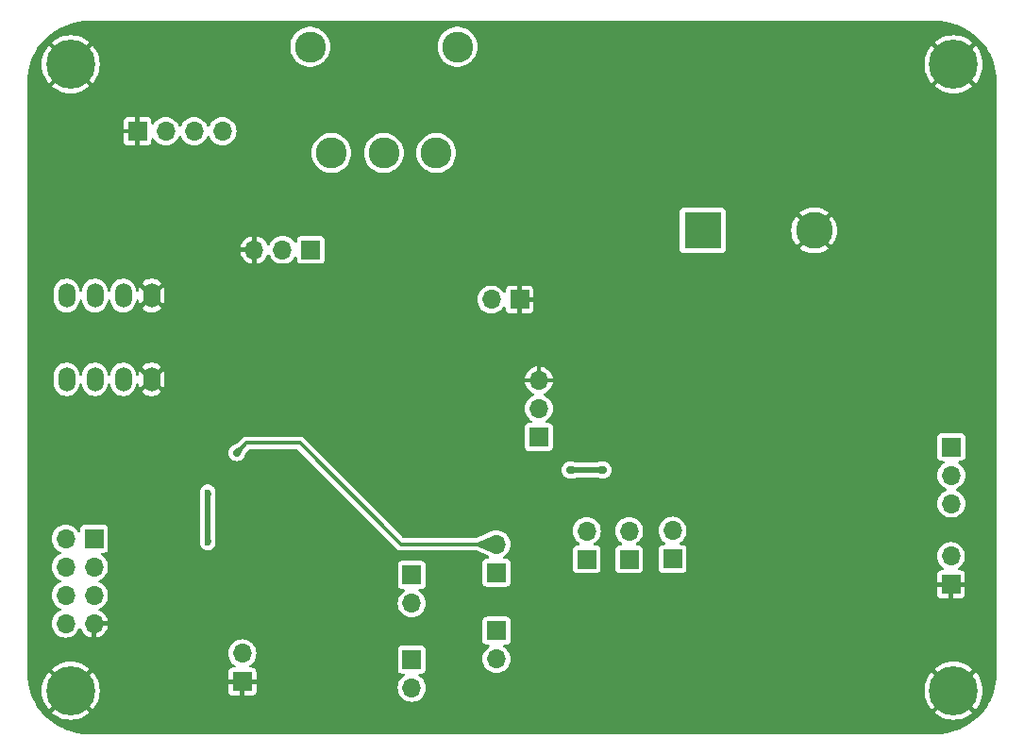
<source format=gbr>
%TF.GenerationSoftware,KiCad,Pcbnew,8.0.2*%
%TF.CreationDate,2024-06-06T20:45:53-07:00*%
%TF.ProjectId,tpms-sn-flex,74706d73-2d73-46e2-9d66-6c65782e6b69,rev?*%
%TF.SameCoordinates,Original*%
%TF.FileFunction,Copper,L2,Bot*%
%TF.FilePolarity,Positive*%
%FSLAX46Y46*%
G04 Gerber Fmt 4.6, Leading zero omitted, Abs format (unit mm)*
G04 Created by KiCad (PCBNEW 8.0.2) date 2024-06-06 20:45:53*
%MOMM*%
%LPD*%
G01*
G04 APERTURE LIST*
%TA.AperFunction,ComponentPad*%
%ADD10C,4.400000*%
%TD*%
%TA.AperFunction,ComponentPad*%
%ADD11O,1.500000X2.200000*%
%TD*%
%TA.AperFunction,ComponentPad*%
%ADD12R,1.700000X1.700000*%
%TD*%
%TA.AperFunction,ComponentPad*%
%ADD13O,1.700000X1.700000*%
%TD*%
%TA.AperFunction,ComponentPad*%
%ADD14C,2.775000*%
%TD*%
%TA.AperFunction,ComponentPad*%
%ADD15R,3.300000X3.300000*%
%TD*%
%TA.AperFunction,ComponentPad*%
%ADD16C,3.300000*%
%TD*%
%TA.AperFunction,ViaPad*%
%ADD17C,0.700000*%
%TD*%
%TA.AperFunction,ViaPad*%
%ADD18C,0.900000*%
%TD*%
%TA.AperFunction,ViaPad*%
%ADD19C,0.600000*%
%TD*%
%TA.AperFunction,Conductor*%
%ADD20C,0.300000*%
%TD*%
%TA.AperFunction,Conductor*%
%ADD21C,0.500000*%
%TD*%
G04 APERTURE END LIST*
D10*
%TO.P,H4,1,1*%
%TO.N,GND*%
X123600000Y-140600000D03*
%TD*%
%TO.P,H3,1,1*%
%TO.N,GND*%
X123600000Y-84400000D03*
%TD*%
%TO.P,H2,1,1*%
%TO.N,GND*%
X44400000Y-140600000D03*
%TD*%
%TO.P,H1,1,1*%
%TO.N,GND*%
X44400000Y-84400000D03*
%TD*%
D11*
%TO.P,J6,1,Pin_1*%
%TO.N,unconnected-(J6-Pin_1-Pad1)*%
X44040000Y-112660000D03*
%TO.P,J6,2,Pin_2*%
%TO.N,PSENSE_PLUS*%
X46580000Y-112660000D03*
%TO.P,J6,3,Pin_3*%
%TO.N,unconnected-(J6-Pin_3-Pad3)*%
X49120000Y-112660000D03*
%TO.P,J6,4,Pin_4*%
%TO.N,GND*%
X51660000Y-112660000D03*
%TO.P,J6,5,Pin_5*%
X51660000Y-105140000D03*
%TO.P,J6,6,Pin_6*%
%TO.N,PSENSE_MINUS*%
X49120000Y-105140000D03*
%TO.P,J6,7,Pin_7*%
%TO.N,unconnected-(J6-Pin_7-Pad7)*%
X46580000Y-105140000D03*
%TO.P,J6,8,Pin_8*%
%TO.N,VDD*%
X44040000Y-105140000D03*
%TD*%
D12*
%TO.P,JP1,1,A*%
%TO.N,VDD*%
X65950000Y-101040000D03*
D13*
%TO.P,JP1,2,C*%
%TO.N,Net-(JP1-C)*%
X63410000Y-101040000D03*
%TO.P,JP1,3,B*%
%TO.N,GND*%
X60870000Y-101040000D03*
%TD*%
D12*
%TO.P,JP2,1,A*%
%TO.N,/VSET*%
X98400000Y-128775000D03*
D13*
%TO.P,JP2,2,B*%
%TO.N,unconnected-(JP2-B-Pad2)*%
X98400000Y-126235000D03*
%TD*%
%TO.P,JP9,2,B*%
%TO.N,Net-(JP9-B)*%
X75000000Y-140340000D03*
D12*
%TO.P,JP9,1,A*%
%TO.N,P2110B_DSET*%
X75000000Y-137800000D03*
%TD*%
%TO.P,JP11,1,A*%
%TO.N,Net-(JP11-A)*%
X123400000Y-118725000D03*
D13*
%TO.P,JP11,2,C*%
%TO.N,Net-(JP11-C)*%
X123400000Y-121265000D03*
%TO.P,JP11,3,B*%
%TO.N,Net-(J5-Pin_2)*%
X123400000Y-123805000D03*
%TD*%
D12*
%TO.P,JP4,1,A*%
%TO.N,Net-(JP4-A)*%
X90700000Y-128800000D03*
D13*
%TO.P,JP4,2,B*%
%TO.N,/P2110B_VOUT*%
X90700000Y-126260000D03*
%TD*%
D12*
%TO.P,J2,1,Pin_1*%
%TO.N,GND*%
X50400000Y-90400000D03*
D13*
%TO.P,J2,2,Pin_2*%
%TO.N,SWCLK*%
X52940000Y-90400000D03*
%TO.P,J2,3,Pin_3*%
%TO.N,SWDIO*%
X55480000Y-90400000D03*
%TO.P,J2,4,Pin_4*%
%TO.N,+3.3V*%
X58020000Y-90400000D03*
%TD*%
D12*
%TO.P,JP10,1,A*%
%TO.N,Net-(JP10-A)*%
X82600000Y-130000000D03*
D13*
%TO.P,JP10,2,B*%
%TO.N,P2110B_DOUT*%
X82600000Y-127460000D03*
%TD*%
D12*
%TO.P,JP6,1,A*%
%TO.N,P2110B_INT*%
X75000000Y-130200000D03*
D13*
%TO.P,JP6,2,B*%
%TO.N,Net-(JP6-B)*%
X75000000Y-132740000D03*
%TD*%
D12*
%TO.P,J5,1,Pin_1*%
%TO.N,GND*%
X123375000Y-131050000D03*
D13*
%TO.P,J5,2,Pin_2*%
%TO.N,Net-(J5-Pin_2)*%
X123375000Y-128510000D03*
%TD*%
D12*
%TO.P,JP5,1,A*%
%TO.N,P2110B_RESET*%
X82600000Y-135200000D03*
D13*
%TO.P,JP5,2,B*%
%TO.N,Net-(JP5-B)*%
X82600000Y-137740000D03*
%TD*%
D12*
%TO.P,JP3,1,A*%
%TO.N,Net-(JP3-A)*%
X94500000Y-128800000D03*
D13*
%TO.P,JP3,2,B*%
%TO.N,/P2110B_VOUT*%
X94500000Y-126260000D03*
%TD*%
D14*
%TO.P,S1,1,1*%
%TO.N,+3.3V*%
X67800000Y-92351100D03*
%TO.P,S1,2,2*%
%TO.N,VDD*%
X72500000Y-92351100D03*
%TO.P,S1,3,3*%
%TO.N,/P2110B_VOUT*%
X77200000Y-92351100D03*
%TO.P,S1,MH1,MH1*%
%TO.N,unconnected-(S1-PadMH1)*%
X65895000Y-82821100D03*
%TO.P,S1,MH2,MH2*%
%TO.N,unconnected-(S1-PadMH2)*%
X79105000Y-82821100D03*
%TD*%
D13*
%TO.P,JP8,2,B*%
%TO.N,Net-(D2-K)*%
X59800000Y-137235000D03*
D12*
%TO.P,JP8,1,A*%
%TO.N,GND*%
X59800000Y-139775000D03*
%TD*%
%TO.P,J4,1,Pin_1*%
%TO.N,Net-(J4-Pin_1)*%
X86400000Y-117825000D03*
D13*
%TO.P,J4,2,Pin_2*%
%TO.N,Net-(J4-Pin_2)*%
X86400000Y-115285000D03*
%TO.P,J4,3,Pin_3*%
%TO.N,GND*%
X86400000Y-112745000D03*
%TD*%
%TO.P,JP7,2,B*%
%TO.N,Net-(D1-K)*%
X82135000Y-105500000D03*
D12*
%TO.P,JP7,1,A*%
%TO.N,GND*%
X84675000Y-105500000D03*
%TD*%
D15*
%TO.P,C11,1*%
%TO.N,Net-(JP11-A)*%
X101100000Y-99300000D03*
D16*
%TO.P,C11,2*%
%TO.N,GND*%
X111100000Y-99300000D03*
%TD*%
D13*
%TO.P,J1,4,Pin_4*%
%TO.N,VDD*%
X43960000Y-134580000D03*
%TO.P,J1,5,Pin_5*%
%TO.N,GND*%
X46500000Y-134580000D03*
%TO.P,J1,3,Pin_3*%
%TO.N,NRF_CSN*%
X43960000Y-132040000D03*
%TO.P,J1,6,Pin_6*%
%TO.N,NRF_CE*%
X46500000Y-132040000D03*
%TO.P,J1,2,Pin_2*%
%TO.N,NRF_MOSI*%
X43960000Y-129500000D03*
%TO.P,J1,7,Pin_7*%
%TO.N,NRF_SCK*%
X46500000Y-129500000D03*
%TO.P,J1,1,Pin_1*%
%TO.N,NRF_IRQ*%
X43960000Y-126960000D03*
D12*
%TO.P,J1,8,Pin_8*%
%TO.N,NRF_MISO*%
X46500000Y-126960000D03*
%TD*%
D17*
%TO.N,Net-(JP10-A)*%
X92200000Y-120800000D03*
X89200000Y-120800000D03*
%TO.N,P2110B_DOUT*%
X59300000Y-119250000D03*
%TO.N,GND*%
X73750000Y-110250000D03*
X54800000Y-101050000D03*
X60770000Y-112720000D03*
D18*
X104750000Y-140700000D03*
D17*
X65400000Y-128400000D03*
X64760000Y-108370000D03*
X43300000Y-101000000D03*
D18*
X104750000Y-142100000D03*
X115000000Y-142100000D03*
X60890000Y-98750000D03*
X111500000Y-119204000D03*
D17*
X59510000Y-121100000D03*
X61890000Y-113280000D03*
D18*
X115000000Y-140700000D03*
D17*
X63490000Y-109670000D03*
X77600000Y-122307108D03*
D19*
%TO.N,VDD*%
X56700000Y-122800000D03*
X56700000Y-127300000D03*
%TD*%
D20*
%TO.N,P2110B_DOUT*%
X64950000Y-118350000D02*
X60200000Y-118350000D01*
X74060000Y-127460000D02*
X64950000Y-118350000D01*
X60200000Y-118350000D02*
X59300000Y-119250000D01*
X82600000Y-127460000D02*
X74060000Y-127460000D01*
D21*
%TO.N,Net-(JP10-A)*%
X92200000Y-120800000D02*
X89200000Y-120800000D01*
%TO.N,VDD*%
X56700000Y-122800000D02*
X56700000Y-127300000D01*
%TD*%
%TA.AperFunction,Conductor*%
%TO.N,GND*%
G36*
X122002562Y-80500605D02*
G01*
X122449036Y-80519072D01*
X122459209Y-80519915D01*
X122900114Y-80574873D01*
X122910194Y-80576555D01*
X123345042Y-80667733D01*
X123354950Y-80670242D01*
X123780786Y-80797019D01*
X123790454Y-80800338D01*
X124131430Y-80933388D01*
X124204339Y-80961838D01*
X124213724Y-80965954D01*
X124612869Y-81161083D01*
X124621877Y-81165958D01*
X125003544Y-81393383D01*
X125012123Y-81398989D01*
X125373693Y-81657144D01*
X125381775Y-81663435D01*
X125720796Y-81950571D01*
X125728336Y-81957512D01*
X126042487Y-82271663D01*
X126049428Y-82279203D01*
X126336564Y-82618224D01*
X126342859Y-82626312D01*
X126601010Y-82987876D01*
X126606616Y-82996455D01*
X126834041Y-83378122D01*
X126838919Y-83387136D01*
X127034045Y-83786275D01*
X127038161Y-83795660D01*
X127199656Y-84209533D01*
X127202984Y-84219226D01*
X127329753Y-84645036D01*
X127332269Y-84654971D01*
X127423441Y-85089791D01*
X127425128Y-85099900D01*
X127480082Y-85540769D01*
X127480928Y-85550983D01*
X127499393Y-85997436D01*
X127499499Y-86002560D01*
X127499499Y-138997437D01*
X127499393Y-139002561D01*
X127480927Y-139449015D01*
X127480081Y-139459229D01*
X127425127Y-139900098D01*
X127423440Y-139910207D01*
X127332268Y-140345028D01*
X127329752Y-140354963D01*
X127202983Y-140780772D01*
X127199655Y-140790465D01*
X127038157Y-141204348D01*
X127034040Y-141213733D01*
X126838922Y-141612853D01*
X126834045Y-141621867D01*
X126606615Y-142003544D01*
X126601009Y-142012123D01*
X126342859Y-142373686D01*
X126336564Y-142381774D01*
X126049427Y-142720795D01*
X126042486Y-142728335D01*
X125728335Y-143042486D01*
X125720795Y-143049427D01*
X125381774Y-143336564D01*
X125373686Y-143342859D01*
X125012123Y-143601009D01*
X125003544Y-143606615D01*
X124621867Y-143834045D01*
X124612853Y-143838922D01*
X124213733Y-144034040D01*
X124204348Y-144038157D01*
X123790465Y-144199655D01*
X123780772Y-144202983D01*
X123354963Y-144329752D01*
X123345028Y-144332268D01*
X122910207Y-144423440D01*
X122900098Y-144425127D01*
X122459229Y-144480081D01*
X122449015Y-144480927D01*
X122002562Y-144499393D01*
X121997438Y-144499499D01*
X46002562Y-144499499D01*
X45997438Y-144499393D01*
X45550984Y-144480927D01*
X45540770Y-144480081D01*
X45099901Y-144425127D01*
X45089792Y-144423440D01*
X44654971Y-144332268D01*
X44645036Y-144329752D01*
X44219227Y-144202983D01*
X44209534Y-144199655D01*
X43795651Y-144038157D01*
X43786266Y-144034040D01*
X43387146Y-143838922D01*
X43378132Y-143834045D01*
X42996455Y-143606615D01*
X42987876Y-143601009D01*
X42626313Y-143342859D01*
X42618225Y-143336564D01*
X42279204Y-143049427D01*
X42271664Y-143042486D01*
X41957513Y-142728335D01*
X41950572Y-142720795D01*
X41828131Y-142576230D01*
X41663431Y-142381769D01*
X41657140Y-142373686D01*
X41398990Y-142012123D01*
X41393384Y-142003544D01*
X41165954Y-141621867D01*
X41161077Y-141612853D01*
X40965959Y-141213733D01*
X40961842Y-141204348D01*
X40863625Y-140952639D01*
X40800339Y-140790453D01*
X40797020Y-140780785D01*
X40743198Y-140600000D01*
X41795248Y-140600000D01*
X41814239Y-140913963D01*
X41870936Y-141223357D01*
X41964508Y-141523639D01*
X41964512Y-141523650D01*
X42093605Y-141810484D01*
X42093606Y-141810486D01*
X42256330Y-142079666D01*
X42256335Y-142079674D01*
X42423769Y-142293386D01*
X43493464Y-141223691D01*
X43560967Y-141316602D01*
X43683398Y-141439033D01*
X43776307Y-141506534D01*
X42706612Y-142576229D01*
X42706612Y-142576230D01*
X42920325Y-142743664D01*
X42920333Y-142743669D01*
X43189513Y-142906393D01*
X43189515Y-142906394D01*
X43476349Y-143035487D01*
X43476360Y-143035491D01*
X43776642Y-143129063D01*
X44086036Y-143185760D01*
X44400000Y-143204751D01*
X44713963Y-143185760D01*
X45023357Y-143129063D01*
X45323639Y-143035491D01*
X45323650Y-143035487D01*
X45610484Y-142906394D01*
X45610486Y-142906393D01*
X45879666Y-142743669D01*
X45879674Y-142743663D01*
X46093386Y-142576230D01*
X46093386Y-142576229D01*
X45023692Y-141506535D01*
X45116602Y-141439033D01*
X45239033Y-141316602D01*
X45306535Y-141223692D01*
X46376229Y-142293386D01*
X46376230Y-142293386D01*
X46543663Y-142079674D01*
X46543669Y-142079666D01*
X46706393Y-141810486D01*
X46706394Y-141810484D01*
X46835487Y-141523650D01*
X46835491Y-141523639D01*
X46929063Y-141223357D01*
X46985760Y-140913963D01*
X47004751Y-140600000D01*
X46985760Y-140286036D01*
X46929063Y-139976642D01*
X46835491Y-139676360D01*
X46835487Y-139676349D01*
X46706394Y-139389515D01*
X46706393Y-139389513D01*
X46543669Y-139120333D01*
X46543664Y-139120325D01*
X46376229Y-138906612D01*
X45306534Y-139976306D01*
X45239033Y-139883398D01*
X45116602Y-139760967D01*
X45023692Y-139693464D01*
X46093386Y-138623769D01*
X46093386Y-138623768D01*
X45879674Y-138456335D01*
X45879666Y-138456330D01*
X45610486Y-138293606D01*
X45610484Y-138293605D01*
X45323650Y-138164512D01*
X45323639Y-138164508D01*
X45023357Y-138070936D01*
X44713963Y-138014239D01*
X44400000Y-137995248D01*
X44086036Y-138014239D01*
X43776642Y-138070936D01*
X43476360Y-138164508D01*
X43476349Y-138164512D01*
X43189515Y-138293605D01*
X43189513Y-138293606D01*
X42920333Y-138456330D01*
X42706612Y-138623769D01*
X43776307Y-139693464D01*
X43683398Y-139760967D01*
X43560967Y-139883398D01*
X43493464Y-139976307D01*
X42423769Y-138906612D01*
X42256330Y-139120333D01*
X42093606Y-139389513D01*
X42093605Y-139389515D01*
X41964512Y-139676349D01*
X41964508Y-139676360D01*
X41870936Y-139976642D01*
X41814239Y-140286036D01*
X41795248Y-140600000D01*
X40743198Y-140600000D01*
X40670243Y-140354950D01*
X40667734Y-140345042D01*
X40576556Y-139910193D01*
X40574874Y-139900113D01*
X40519916Y-139459208D01*
X40519073Y-139449035D01*
X40500607Y-139002561D01*
X40500501Y-138997437D01*
X40500501Y-138919678D01*
X40500499Y-138919660D01*
X40500499Y-137234997D01*
X58544723Y-137234997D01*
X58544723Y-137235002D01*
X58563793Y-137452975D01*
X58563793Y-137452979D01*
X58620422Y-137664322D01*
X58620424Y-137664326D01*
X58620425Y-137664330D01*
X58666661Y-137763484D01*
X58712897Y-137862638D01*
X58712898Y-137862639D01*
X58838402Y-138041877D01*
X58993123Y-138196598D01*
X59139977Y-138299426D01*
X59183601Y-138354002D01*
X59190794Y-138423500D01*
X59159272Y-138485855D01*
X59099042Y-138521269D01*
X59068854Y-138525000D01*
X58918520Y-138525000D01*
X58824850Y-138539835D01*
X58824844Y-138539837D01*
X58711958Y-138597356D01*
X58711949Y-138597363D01*
X58622363Y-138686949D01*
X58622360Y-138686953D01*
X58564833Y-138799855D01*
X58550000Y-138893513D01*
X58550000Y-139575000D01*
X59338120Y-139575000D01*
X59334075Y-139582007D01*
X59300000Y-139709174D01*
X59300000Y-139840826D01*
X59334075Y-139967993D01*
X59338120Y-139975000D01*
X58550001Y-139975000D01*
X58550001Y-140656479D01*
X58564835Y-140750149D01*
X58564837Y-140750155D01*
X58622356Y-140863041D01*
X58622363Y-140863050D01*
X58711949Y-140952636D01*
X58711953Y-140952639D01*
X58824855Y-141010166D01*
X58918514Y-141024999D01*
X59599999Y-141024999D01*
X59600000Y-141024998D01*
X59600000Y-140236879D01*
X59607007Y-140240925D01*
X59734174Y-140275000D01*
X59865826Y-140275000D01*
X59992993Y-140240925D01*
X60000000Y-140236879D01*
X60000000Y-141024999D01*
X60681479Y-141024999D01*
X60775149Y-141010164D01*
X60775155Y-141010162D01*
X60888041Y-140952643D01*
X60888050Y-140952636D01*
X60977636Y-140863050D01*
X60977639Y-140863046D01*
X61035166Y-140750144D01*
X61050000Y-140656486D01*
X61050000Y-140339997D01*
X73744723Y-140339997D01*
X73744723Y-140340002D01*
X73763793Y-140557975D01*
X73763793Y-140557979D01*
X73820422Y-140769322D01*
X73820424Y-140769326D01*
X73820425Y-140769330D01*
X73864127Y-140863050D01*
X73912897Y-140967638D01*
X73912898Y-140967639D01*
X74038402Y-141146877D01*
X74193123Y-141301598D01*
X74372361Y-141427102D01*
X74570670Y-141519575D01*
X74782023Y-141576207D01*
X74964926Y-141592208D01*
X74999998Y-141595277D01*
X75000000Y-141595277D01*
X75000002Y-141595277D01*
X75028254Y-141592805D01*
X75217977Y-141576207D01*
X75429330Y-141519575D01*
X75627639Y-141427102D01*
X75806877Y-141301598D01*
X75961598Y-141146877D01*
X76087102Y-140967639D01*
X76179575Y-140769330D01*
X76224947Y-140600000D01*
X120995248Y-140600000D01*
X121014239Y-140913963D01*
X121070936Y-141223357D01*
X121164508Y-141523639D01*
X121164512Y-141523650D01*
X121293605Y-141810484D01*
X121293606Y-141810486D01*
X121456330Y-142079666D01*
X121456335Y-142079674D01*
X121623769Y-142293386D01*
X122693464Y-141223691D01*
X122760967Y-141316602D01*
X122883398Y-141439033D01*
X122976307Y-141506534D01*
X121906612Y-142576229D01*
X121906612Y-142576230D01*
X122120325Y-142743664D01*
X122120333Y-142743669D01*
X122389513Y-142906393D01*
X122389515Y-142906394D01*
X122676349Y-143035487D01*
X122676360Y-143035491D01*
X122976642Y-143129063D01*
X123286036Y-143185760D01*
X123600000Y-143204751D01*
X123913963Y-143185760D01*
X124223357Y-143129063D01*
X124523639Y-143035491D01*
X124523650Y-143035487D01*
X124810484Y-142906394D01*
X124810486Y-142906393D01*
X125079666Y-142743669D01*
X125079674Y-142743663D01*
X125293386Y-142576230D01*
X125293386Y-142576229D01*
X124223692Y-141506535D01*
X124316602Y-141439033D01*
X124439033Y-141316602D01*
X124506535Y-141223692D01*
X125576229Y-142293386D01*
X125576230Y-142293386D01*
X125743663Y-142079674D01*
X125743669Y-142079666D01*
X125906393Y-141810486D01*
X125906394Y-141810484D01*
X126035487Y-141523650D01*
X126035491Y-141523639D01*
X126129063Y-141223357D01*
X126185760Y-140913963D01*
X126204751Y-140600000D01*
X126185760Y-140286036D01*
X126129063Y-139976642D01*
X126035491Y-139676360D01*
X126035487Y-139676349D01*
X125906394Y-139389515D01*
X125906393Y-139389513D01*
X125743669Y-139120333D01*
X125743664Y-139120325D01*
X125576229Y-138906612D01*
X124506534Y-139976306D01*
X124439033Y-139883398D01*
X124316602Y-139760967D01*
X124223692Y-139693464D01*
X125293386Y-138623769D01*
X125293386Y-138623768D01*
X125079674Y-138456335D01*
X125079666Y-138456330D01*
X124810486Y-138293606D01*
X124810484Y-138293605D01*
X124523650Y-138164512D01*
X124523639Y-138164508D01*
X124223357Y-138070936D01*
X123913963Y-138014239D01*
X123600000Y-137995248D01*
X123286036Y-138014239D01*
X122976642Y-138070936D01*
X122676360Y-138164508D01*
X122676349Y-138164512D01*
X122389515Y-138293605D01*
X122389513Y-138293606D01*
X122120333Y-138456330D01*
X121906612Y-138623769D01*
X122976307Y-139693464D01*
X122883398Y-139760967D01*
X122760967Y-139883398D01*
X122693464Y-139976307D01*
X121623769Y-138906612D01*
X121456330Y-139120333D01*
X121293606Y-139389513D01*
X121293605Y-139389515D01*
X121164512Y-139676349D01*
X121164508Y-139676360D01*
X121070936Y-139976642D01*
X121014239Y-140286036D01*
X120995248Y-140600000D01*
X76224947Y-140600000D01*
X76236207Y-140557977D01*
X76255277Y-140340000D01*
X76236207Y-140122023D01*
X76179575Y-139910670D01*
X76087102Y-139712362D01*
X76087100Y-139712359D01*
X76087099Y-139712357D01*
X75961599Y-139533124D01*
X75887704Y-139459229D01*
X75806877Y-139378402D01*
X75660733Y-139276071D01*
X75617112Y-139221497D01*
X75609919Y-139151998D01*
X75641441Y-139089644D01*
X75701671Y-139054230D01*
X75731859Y-139050499D01*
X75881518Y-139050499D01*
X75975304Y-139035646D01*
X76088342Y-138978050D01*
X76178050Y-138888342D01*
X76235646Y-138775304D01*
X76235646Y-138775302D01*
X76235647Y-138775301D01*
X76247321Y-138701593D01*
X76250500Y-138681519D01*
X76250499Y-137739997D01*
X81344723Y-137739997D01*
X81344723Y-137740002D01*
X81363793Y-137957975D01*
X81363793Y-137957979D01*
X81420422Y-138169322D01*
X81420424Y-138169326D01*
X81420425Y-138169330D01*
X81466661Y-138268484D01*
X81512897Y-138367638D01*
X81512898Y-138367639D01*
X81638402Y-138546877D01*
X81793123Y-138701598D01*
X81972361Y-138827102D01*
X82170670Y-138919575D01*
X82382023Y-138976207D01*
X82564926Y-138992208D01*
X82599998Y-138995277D01*
X82600000Y-138995277D01*
X82600002Y-138995277D01*
X82628254Y-138992805D01*
X82817977Y-138976207D01*
X83029330Y-138919575D01*
X83227639Y-138827102D01*
X83406877Y-138701598D01*
X83561598Y-138546877D01*
X83687102Y-138367639D01*
X83779575Y-138169330D01*
X83836207Y-137957977D01*
X83855277Y-137740000D01*
X83836207Y-137522023D01*
X83779575Y-137310670D01*
X83687102Y-137112362D01*
X83687100Y-137112359D01*
X83687099Y-137112357D01*
X83561599Y-136933124D01*
X83546950Y-136918475D01*
X83406877Y-136778402D01*
X83260733Y-136676071D01*
X83217112Y-136621497D01*
X83209919Y-136551998D01*
X83241441Y-136489644D01*
X83301671Y-136454230D01*
X83331859Y-136450499D01*
X83481518Y-136450499D01*
X83575304Y-136435646D01*
X83688342Y-136378050D01*
X83778050Y-136288342D01*
X83835646Y-136175304D01*
X83835646Y-136175302D01*
X83835647Y-136175301D01*
X83850499Y-136081524D01*
X83850500Y-136081519D01*
X83850499Y-134318482D01*
X83835646Y-134224696D01*
X83778050Y-134111658D01*
X83778046Y-134111654D01*
X83778045Y-134111652D01*
X83688347Y-134021954D01*
X83688344Y-134021952D01*
X83688342Y-134021950D01*
X83598565Y-133976206D01*
X83575301Y-133964352D01*
X83481524Y-133949500D01*
X81718482Y-133949500D01*
X81637519Y-133962323D01*
X81624696Y-133964354D01*
X81511658Y-134021950D01*
X81511657Y-134021951D01*
X81511652Y-134021954D01*
X81421954Y-134111652D01*
X81421951Y-134111657D01*
X81421950Y-134111658D01*
X81402751Y-134149337D01*
X81364352Y-134224698D01*
X81349500Y-134318475D01*
X81349500Y-136081517D01*
X81360014Y-136147898D01*
X81364354Y-136175304D01*
X81421950Y-136288342D01*
X81421952Y-136288344D01*
X81421954Y-136288347D01*
X81511652Y-136378045D01*
X81511654Y-136378046D01*
X81511658Y-136378050D01*
X81624694Y-136435645D01*
X81624698Y-136435647D01*
X81718475Y-136450499D01*
X81718481Y-136450500D01*
X81868140Y-136450499D01*
X81935177Y-136470183D01*
X81980932Y-136522987D01*
X81990876Y-136592145D01*
X81961851Y-136655701D01*
X81939262Y-136676074D01*
X81793118Y-136778405D01*
X81638402Y-136933121D01*
X81512900Y-137112357D01*
X81512898Y-137112361D01*
X81420426Y-137310668D01*
X81420422Y-137310677D01*
X81363793Y-137522020D01*
X81363793Y-137522024D01*
X81344723Y-137739997D01*
X76250499Y-137739997D01*
X76250499Y-136918482D01*
X76235646Y-136824696D01*
X76178050Y-136711658D01*
X76178046Y-136711654D01*
X76178045Y-136711652D01*
X76088347Y-136621954D01*
X76088344Y-136621952D01*
X76088342Y-136621950D01*
X76011517Y-136582805D01*
X75975301Y-136564352D01*
X75881524Y-136549500D01*
X74118482Y-136549500D01*
X74037519Y-136562323D01*
X74024696Y-136564354D01*
X73911658Y-136621950D01*
X73911657Y-136621951D01*
X73911652Y-136621954D01*
X73821954Y-136711652D01*
X73821951Y-136711657D01*
X73764352Y-136824698D01*
X73749500Y-136918475D01*
X73749500Y-138681517D01*
X73760292Y-138749657D01*
X73764354Y-138775304D01*
X73821950Y-138888342D01*
X73821952Y-138888344D01*
X73821954Y-138888347D01*
X73911652Y-138978045D01*
X73911654Y-138978046D01*
X73911658Y-138978050D01*
X74024694Y-139035645D01*
X74024698Y-139035647D01*
X74118475Y-139050499D01*
X74118481Y-139050500D01*
X74268140Y-139050499D01*
X74335177Y-139070183D01*
X74380932Y-139122987D01*
X74390876Y-139192145D01*
X74361851Y-139255701D01*
X74339262Y-139276074D01*
X74193118Y-139378405D01*
X74038402Y-139533121D01*
X73912900Y-139712357D01*
X73912898Y-139712361D01*
X73820426Y-139910668D01*
X73820422Y-139910677D01*
X73763793Y-140122020D01*
X73763793Y-140122024D01*
X73744723Y-140339997D01*
X61050000Y-140339997D01*
X61050000Y-139975000D01*
X60261880Y-139975000D01*
X60265925Y-139967993D01*
X60300000Y-139840826D01*
X60300000Y-139709174D01*
X60265925Y-139582007D01*
X60261880Y-139575000D01*
X61049999Y-139575000D01*
X61049999Y-138893520D01*
X61035164Y-138799850D01*
X61035162Y-138799844D01*
X60977643Y-138686958D01*
X60977636Y-138686949D01*
X60888050Y-138597363D01*
X60888046Y-138597360D01*
X60775144Y-138539833D01*
X60681485Y-138525000D01*
X60531148Y-138525000D01*
X60464109Y-138505315D01*
X60418354Y-138452511D01*
X60408410Y-138383353D01*
X60437435Y-138319797D01*
X60460020Y-138299428D01*
X60606877Y-138196598D01*
X60761598Y-138041877D01*
X60887102Y-137862639D01*
X60979575Y-137664330D01*
X61036207Y-137452977D01*
X61055277Y-137235000D01*
X61036207Y-137017023D01*
X60979575Y-136805670D01*
X60887102Y-136607362D01*
X60887100Y-136607359D01*
X60887099Y-136607357D01*
X60761599Y-136428124D01*
X60711520Y-136378045D01*
X60606877Y-136273402D01*
X60427639Y-136147898D01*
X60427640Y-136147898D01*
X60427638Y-136147897D01*
X60285299Y-136081524D01*
X60229330Y-136055425D01*
X60229326Y-136055424D01*
X60229322Y-136055422D01*
X60017977Y-135998793D01*
X59800002Y-135979723D01*
X59799998Y-135979723D01*
X59654682Y-135992436D01*
X59582023Y-135998793D01*
X59582020Y-135998793D01*
X59370677Y-136055422D01*
X59370668Y-136055426D01*
X59172361Y-136147898D01*
X59172357Y-136147900D01*
X58993121Y-136273402D01*
X58838402Y-136428121D01*
X58712900Y-136607357D01*
X58712898Y-136607361D01*
X58620426Y-136805668D01*
X58620422Y-136805677D01*
X58563793Y-137017020D01*
X58563793Y-137017024D01*
X58544723Y-137234997D01*
X40500499Y-137234997D01*
X40500499Y-126959997D01*
X42704723Y-126959997D01*
X42704723Y-126960002D01*
X42723793Y-127177975D01*
X42723793Y-127177979D01*
X42780422Y-127389322D01*
X42780424Y-127389326D01*
X42780425Y-127389330D01*
X42792197Y-127414575D01*
X42872897Y-127587638D01*
X42896923Y-127621950D01*
X42998402Y-127766877D01*
X43153123Y-127921598D01*
X43332360Y-128047101D01*
X43332361Y-128047102D01*
X43483583Y-128117618D01*
X43536022Y-128163790D01*
X43555174Y-128230984D01*
X43534958Y-128297865D01*
X43483583Y-128342382D01*
X43332361Y-128412898D01*
X43332357Y-128412900D01*
X43153121Y-128538402D01*
X42998402Y-128693121D01*
X42872900Y-128872357D01*
X42872898Y-128872361D01*
X42780426Y-129070668D01*
X42780422Y-129070677D01*
X42723793Y-129282020D01*
X42723793Y-129282023D01*
X42704723Y-129500000D01*
X42720603Y-129681519D01*
X42723793Y-129717975D01*
X42723793Y-129717979D01*
X42780422Y-129929322D01*
X42780424Y-129929326D01*
X42780425Y-129929330D01*
X42795640Y-129961958D01*
X42872897Y-130127638D01*
X42872898Y-130127639D01*
X42998402Y-130306877D01*
X43153123Y-130461598D01*
X43328038Y-130584075D01*
X43332361Y-130587102D01*
X43483583Y-130657618D01*
X43536022Y-130703790D01*
X43555174Y-130770984D01*
X43534958Y-130837865D01*
X43483583Y-130882382D01*
X43332361Y-130952898D01*
X43332357Y-130952900D01*
X43153121Y-131078402D01*
X42998402Y-131233121D01*
X42872900Y-131412357D01*
X42872898Y-131412361D01*
X42780426Y-131610668D01*
X42780422Y-131610677D01*
X42723793Y-131822020D01*
X42723793Y-131822024D01*
X42704723Y-132039997D01*
X42704723Y-132040002D01*
X42723793Y-132257975D01*
X42723793Y-132257979D01*
X42780422Y-132469322D01*
X42780424Y-132469326D01*
X42780425Y-132469330D01*
X42802382Y-132516416D01*
X42872897Y-132667638D01*
X42872898Y-132667639D01*
X42998402Y-132846877D01*
X43153123Y-133001598D01*
X43332360Y-133127101D01*
X43332361Y-133127102D01*
X43483583Y-133197618D01*
X43536022Y-133243790D01*
X43555174Y-133310984D01*
X43534958Y-133377865D01*
X43483583Y-133422382D01*
X43332361Y-133492898D01*
X43332357Y-133492900D01*
X43153121Y-133618402D01*
X42998402Y-133773121D01*
X42872900Y-133952357D01*
X42872898Y-133952361D01*
X42780426Y-134150668D01*
X42780422Y-134150677D01*
X42723793Y-134362020D01*
X42723793Y-134362023D01*
X42704723Y-134580000D01*
X42723785Y-134797891D01*
X42723793Y-134797975D01*
X42723793Y-134797979D01*
X42780422Y-135009322D01*
X42780424Y-135009326D01*
X42780425Y-135009330D01*
X42797490Y-135045925D01*
X42872897Y-135207638D01*
X42872898Y-135207639D01*
X42998402Y-135386877D01*
X43153123Y-135541598D01*
X43332361Y-135667102D01*
X43530670Y-135759575D01*
X43742023Y-135816207D01*
X43924926Y-135832208D01*
X43959998Y-135835277D01*
X43960000Y-135835277D01*
X43960002Y-135835277D01*
X43988254Y-135832805D01*
X44177977Y-135816207D01*
X44389330Y-135759575D01*
X44587639Y-135667102D01*
X44766877Y-135541598D01*
X44921598Y-135386877D01*
X45047102Y-135207639D01*
X45117895Y-135055822D01*
X45164066Y-135003385D01*
X45231260Y-134984233D01*
X45298141Y-135004449D01*
X45342658Y-135055824D01*
X45413333Y-135207387D01*
X45538787Y-135386554D01*
X45693445Y-135541212D01*
X45872612Y-135666666D01*
X46070840Y-135759101D01*
X46070849Y-135759105D01*
X46282110Y-135815711D01*
X46300000Y-135817276D01*
X46300000Y-135041879D01*
X46307007Y-135045925D01*
X46434174Y-135080000D01*
X46565826Y-135080000D01*
X46692993Y-135045925D01*
X46700000Y-135041879D01*
X46700000Y-135817276D01*
X46717887Y-135815711D01*
X46717891Y-135815711D01*
X46929150Y-135759105D01*
X46929159Y-135759101D01*
X47127387Y-135666666D01*
X47306554Y-135541212D01*
X47461212Y-135386554D01*
X47586666Y-135207387D01*
X47679101Y-135009159D01*
X47679105Y-135009150D01*
X47735711Y-134797891D01*
X47735711Y-134797887D01*
X47737277Y-134780000D01*
X46961880Y-134780000D01*
X46965925Y-134772993D01*
X47000000Y-134645826D01*
X47000000Y-134514174D01*
X46965925Y-134387007D01*
X46961880Y-134380000D01*
X47737276Y-134380000D01*
X47735711Y-134362112D01*
X47735711Y-134362108D01*
X47679105Y-134150849D01*
X47679101Y-134150840D01*
X47586666Y-133952612D01*
X47586664Y-133952608D01*
X47461216Y-133773450D01*
X47461211Y-133773444D01*
X47306554Y-133618787D01*
X47127387Y-133493333D01*
X46975824Y-133422658D01*
X46923385Y-133376486D01*
X46904233Y-133309292D01*
X46924449Y-133242411D01*
X46975822Y-133197895D01*
X47127639Y-133127102D01*
X47306877Y-133001598D01*
X47461598Y-132846877D01*
X47536436Y-132739997D01*
X73744723Y-132739997D01*
X73744723Y-132740002D01*
X73763793Y-132957975D01*
X73763793Y-132957979D01*
X73820422Y-133169322D01*
X73820424Y-133169326D01*
X73820425Y-133169330D01*
X73833616Y-133197618D01*
X73912897Y-133367638D01*
X73935855Y-133400425D01*
X74038402Y-133546877D01*
X74193123Y-133701598D01*
X74372361Y-133827102D01*
X74570670Y-133919575D01*
X74782023Y-133976207D01*
X74964926Y-133992208D01*
X74999998Y-133995277D01*
X75000000Y-133995277D01*
X75000002Y-133995277D01*
X75028254Y-133992805D01*
X75217977Y-133976207D01*
X75429330Y-133919575D01*
X75627639Y-133827102D01*
X75806877Y-133701598D01*
X75961598Y-133546877D01*
X76087102Y-133367639D01*
X76179575Y-133169330D01*
X76236207Y-132957977D01*
X76255277Y-132740000D01*
X76236207Y-132522023D01*
X76179575Y-132310670D01*
X76087102Y-132112362D01*
X76087100Y-132112359D01*
X76087099Y-132112357D01*
X75961599Y-131933124D01*
X75959954Y-131931479D01*
X75806877Y-131778402D01*
X75660733Y-131676071D01*
X75617112Y-131621497D01*
X75609919Y-131551998D01*
X75641441Y-131489644D01*
X75701671Y-131454230D01*
X75731859Y-131450499D01*
X75881518Y-131450499D01*
X75975304Y-131435646D01*
X76088342Y-131378050D01*
X76178050Y-131288342D01*
X76235646Y-131175304D01*
X76235646Y-131175302D01*
X76235647Y-131175301D01*
X76246282Y-131108147D01*
X76250500Y-131081519D01*
X76250499Y-129318482D01*
X76235646Y-129224696D01*
X76178050Y-129111658D01*
X76178046Y-129111654D01*
X76178045Y-129111652D01*
X76088347Y-129021954D01*
X76088344Y-129021952D01*
X76088342Y-129021950D01*
X76011517Y-128982805D01*
X75975301Y-128964352D01*
X75881524Y-128949500D01*
X74118482Y-128949500D01*
X74037519Y-128962323D01*
X74024696Y-128964354D01*
X73911658Y-129021950D01*
X73911657Y-129021951D01*
X73911652Y-129021954D01*
X73821954Y-129111652D01*
X73821951Y-129111657D01*
X73821950Y-129111658D01*
X73808712Y-129137639D01*
X73764352Y-129224698D01*
X73749500Y-129318475D01*
X73749500Y-131081517D01*
X73754934Y-131115826D01*
X73764354Y-131175304D01*
X73821950Y-131288342D01*
X73821952Y-131288344D01*
X73821954Y-131288347D01*
X73911652Y-131378045D01*
X73911654Y-131378046D01*
X73911658Y-131378050D01*
X74024694Y-131435645D01*
X74024698Y-131435647D01*
X74118475Y-131450499D01*
X74118481Y-131450500D01*
X74268140Y-131450499D01*
X74335177Y-131470183D01*
X74380932Y-131522987D01*
X74390876Y-131592145D01*
X74361851Y-131655701D01*
X74339262Y-131676074D01*
X74193118Y-131778405D01*
X74038402Y-131933121D01*
X73912900Y-132112357D01*
X73912898Y-132112361D01*
X73820426Y-132310668D01*
X73820422Y-132310677D01*
X73763793Y-132522020D01*
X73763793Y-132522024D01*
X73744723Y-132739997D01*
X47536436Y-132739997D01*
X47587102Y-132667639D01*
X47679575Y-132469330D01*
X47736207Y-132257977D01*
X47755277Y-132040000D01*
X47736207Y-131822023D01*
X47679575Y-131610670D01*
X47587102Y-131412362D01*
X47587100Y-131412359D01*
X47587099Y-131412357D01*
X47461599Y-131233124D01*
X47403776Y-131175301D01*
X47306877Y-131078402D01*
X47127639Y-130952898D01*
X46976414Y-130882381D01*
X46923977Y-130836210D01*
X46904825Y-130769016D01*
X46925041Y-130702135D01*
X46976414Y-130657618D01*
X47127639Y-130587102D01*
X47306877Y-130461598D01*
X47461598Y-130306877D01*
X47587102Y-130127639D01*
X47679575Y-129929330D01*
X47736207Y-129717977D01*
X47755277Y-129500000D01*
X47736207Y-129282023D01*
X47690558Y-129111658D01*
X47679577Y-129070677D01*
X47679576Y-129070676D01*
X47679575Y-129070670D01*
X47587102Y-128872362D01*
X47587100Y-128872359D01*
X47587099Y-128872357D01*
X47461599Y-128693124D01*
X47394379Y-128625904D01*
X47306877Y-128538402D01*
X47160733Y-128436071D01*
X47117112Y-128381497D01*
X47109919Y-128311998D01*
X47141441Y-128249644D01*
X47201671Y-128214230D01*
X47231859Y-128210499D01*
X47381518Y-128210499D01*
X47475304Y-128195646D01*
X47588342Y-128138050D01*
X47678050Y-128048342D01*
X47735646Y-127935304D01*
X47735646Y-127935302D01*
X47735647Y-127935301D01*
X47750499Y-127841524D01*
X47750500Y-127841519D01*
X47750499Y-126078482D01*
X47735646Y-125984696D01*
X47678050Y-125871658D01*
X47678046Y-125871654D01*
X47678045Y-125871652D01*
X47588347Y-125781954D01*
X47588344Y-125781952D01*
X47588342Y-125781950D01*
X47511517Y-125742805D01*
X47475301Y-125724352D01*
X47381524Y-125709500D01*
X45618482Y-125709500D01*
X45537519Y-125722323D01*
X45524696Y-125724354D01*
X45411658Y-125781950D01*
X45411657Y-125781951D01*
X45411652Y-125781954D01*
X45321954Y-125871652D01*
X45321951Y-125871657D01*
X45321950Y-125871658D01*
X45302751Y-125909337D01*
X45264352Y-125984698D01*
X45249500Y-126078475D01*
X45249500Y-126228138D01*
X45229815Y-126295177D01*
X45177011Y-126340932D01*
X45107853Y-126350876D01*
X45044297Y-126321851D01*
X45023925Y-126299261D01*
X44921599Y-126153124D01*
X44846950Y-126078475D01*
X44766877Y-125998402D01*
X44587639Y-125872898D01*
X44587640Y-125872898D01*
X44587638Y-125872897D01*
X44443468Y-125805670D01*
X44389330Y-125780425D01*
X44389326Y-125780424D01*
X44389322Y-125780422D01*
X44177977Y-125723793D01*
X43960002Y-125704723D01*
X43959998Y-125704723D01*
X43814682Y-125717436D01*
X43742023Y-125723793D01*
X43742020Y-125723793D01*
X43530677Y-125780422D01*
X43530670Y-125780424D01*
X43530670Y-125780425D01*
X43527391Y-125781954D01*
X43332361Y-125872898D01*
X43332357Y-125872900D01*
X43153121Y-125998402D01*
X42998402Y-126153121D01*
X42872900Y-126332357D01*
X42872898Y-126332361D01*
X42780426Y-126530668D01*
X42780422Y-126530677D01*
X42723793Y-126742020D01*
X42723793Y-126742024D01*
X42704723Y-126959997D01*
X40500499Y-126959997D01*
X40500499Y-122799998D01*
X55994355Y-122799998D01*
X55994355Y-122800000D01*
X55995094Y-122806088D01*
X55996639Y-122818814D01*
X55997205Y-122842894D01*
X55996953Y-122846297D01*
X55996953Y-122846304D01*
X56041067Y-123375670D01*
X56045009Y-123422967D01*
X56046532Y-123437896D01*
X56047281Y-123441802D01*
X56049500Y-123465156D01*
X56049500Y-126643743D01*
X56045940Y-126673243D01*
X56045007Y-126677048D01*
X56045007Y-126677050D01*
X55996953Y-127253691D01*
X55995922Y-127270030D01*
X55995883Y-127270924D01*
X55995981Y-127276981D01*
X55995094Y-127293907D01*
X55994355Y-127299996D01*
X55994355Y-127299999D01*
X56014859Y-127468869D01*
X56014860Y-127468874D01*
X56075182Y-127627931D01*
X56132975Y-127711657D01*
X56171817Y-127767929D01*
X56254889Y-127841524D01*
X56299150Y-127880736D01*
X56403121Y-127935304D01*
X56449775Y-127959790D01*
X56614944Y-128000500D01*
X56785056Y-128000500D01*
X56950225Y-127959790D01*
X57029692Y-127918081D01*
X57100849Y-127880736D01*
X57100850Y-127880734D01*
X57100852Y-127880734D01*
X57228183Y-127767929D01*
X57324818Y-127627930D01*
X57385140Y-127468872D01*
X57405645Y-127300000D01*
X57403359Y-127281181D01*
X57402795Y-127257079D01*
X57403046Y-127253695D01*
X57354993Y-126677053D01*
X57353468Y-126662104D01*
X57353465Y-126662095D01*
X57352719Y-126658199D01*
X57350500Y-126634845D01*
X57350500Y-123456253D01*
X57354061Y-123426750D01*
X57354993Y-123422947D01*
X57403046Y-122846304D01*
X57404075Y-122829998D01*
X57404115Y-122829065D01*
X57404017Y-122823034D01*
X57404906Y-122806088D01*
X57405645Y-122800003D01*
X57405645Y-122800001D01*
X57395676Y-122717898D01*
X57385140Y-122631128D01*
X57324818Y-122472070D01*
X57305839Y-122444575D01*
X57242009Y-122352102D01*
X57228183Y-122332071D01*
X57100852Y-122219266D01*
X57100849Y-122219263D01*
X56950226Y-122140210D01*
X56785056Y-122099500D01*
X56614944Y-122099500D01*
X56449773Y-122140210D01*
X56299150Y-122219263D01*
X56171816Y-122332072D01*
X56075182Y-122472068D01*
X56014860Y-122631125D01*
X56014859Y-122631130D01*
X55994355Y-122799998D01*
X40500499Y-122799998D01*
X40500499Y-119249997D01*
X58544751Y-119249997D01*
X58544751Y-119250002D01*
X58563685Y-119418056D01*
X58619545Y-119577694D01*
X58619547Y-119577697D01*
X58709518Y-119720884D01*
X58709523Y-119720890D01*
X58829109Y-119840476D01*
X58829115Y-119840481D01*
X58972302Y-119930452D01*
X58972305Y-119930454D01*
X58972309Y-119930455D01*
X58972310Y-119930456D01*
X59044913Y-119955860D01*
X59131943Y-119986314D01*
X59299997Y-120005249D01*
X59300000Y-120005249D01*
X59300003Y-120005249D01*
X59468056Y-119986314D01*
X59488301Y-119979230D01*
X59627690Y-119930456D01*
X59627692Y-119930454D01*
X59627694Y-119930454D01*
X59627697Y-119930452D01*
X59770884Y-119840481D01*
X59770885Y-119840480D01*
X59770890Y-119840477D01*
X59890477Y-119720890D01*
X59980456Y-119577690D01*
X59980457Y-119577688D01*
X59983479Y-119571413D01*
X59983551Y-119571447D01*
X59986532Y-119564630D01*
X60229996Y-119106212D01*
X60251820Y-119076703D01*
X60391707Y-118936817D01*
X60453030Y-118903334D01*
X60479387Y-118900500D01*
X64670613Y-118900500D01*
X64737652Y-118920185D01*
X64758293Y-118936818D01*
X73721986Y-127900510D01*
X73824662Y-127959790D01*
X73847515Y-127972984D01*
X73987525Y-128010500D01*
X73987526Y-128010500D01*
X74132475Y-128010500D01*
X80772749Y-128010500D01*
X80824766Y-128021937D01*
X81887242Y-128512939D01*
X81939839Y-128558930D01*
X81959222Y-128626057D01*
X81939236Y-128693008D01*
X81886227Y-128738525D01*
X81835224Y-128749500D01*
X81718482Y-128749500D01*
X81637519Y-128762323D01*
X81624696Y-128764354D01*
X81511658Y-128821950D01*
X81511657Y-128821951D01*
X81511652Y-128821954D01*
X81421954Y-128911652D01*
X81421951Y-128911657D01*
X81421950Y-128911658D01*
X81407850Y-128939330D01*
X81364352Y-129024698D01*
X81349500Y-129118475D01*
X81349500Y-130881517D01*
X81360292Y-130949657D01*
X81364354Y-130975304D01*
X81421950Y-131088342D01*
X81421952Y-131088344D01*
X81421954Y-131088347D01*
X81511652Y-131178045D01*
X81511654Y-131178046D01*
X81511658Y-131178050D01*
X81619746Y-131233124D01*
X81624698Y-131235647D01*
X81718475Y-131250499D01*
X81718481Y-131250500D01*
X83481518Y-131250499D01*
X83575304Y-131235646D01*
X83688342Y-131178050D01*
X83778050Y-131088342D01*
X83835646Y-130975304D01*
X83835646Y-130975302D01*
X83835647Y-130975301D01*
X83850499Y-130881524D01*
X83850500Y-130881519D01*
X83850499Y-129118482D01*
X83835646Y-129024696D01*
X83778050Y-128911658D01*
X83778046Y-128911654D01*
X83778045Y-128911652D01*
X83688347Y-128821954D01*
X83688344Y-128821952D01*
X83688342Y-128821950D01*
X83611517Y-128782805D01*
X83575301Y-128764352D01*
X83481524Y-128749500D01*
X83331862Y-128749500D01*
X83264823Y-128729815D01*
X83219068Y-128677011D01*
X83209124Y-128607853D01*
X83238149Y-128544297D01*
X83260734Y-128523928D01*
X83406877Y-128421598D01*
X83561598Y-128266877D01*
X83687102Y-128087639D01*
X83779575Y-127889330D01*
X83836207Y-127677977D01*
X83855277Y-127460000D01*
X83836207Y-127242023D01*
X83779575Y-127030670D01*
X83687102Y-126832362D01*
X83687100Y-126832359D01*
X83687099Y-126832357D01*
X83561599Y-126653124D01*
X83543320Y-126634845D01*
X83406877Y-126498402D01*
X83227639Y-126372898D01*
X83227640Y-126372898D01*
X83227638Y-126372897D01*
X83096423Y-126311711D01*
X83029330Y-126280425D01*
X83029326Y-126280424D01*
X83029322Y-126280422D01*
X82953094Y-126259997D01*
X89444723Y-126259997D01*
X89444723Y-126260002D01*
X89463793Y-126477975D01*
X89463793Y-126477979D01*
X89520422Y-126689322D01*
X89520424Y-126689326D01*
X89520425Y-126689330D01*
X89544995Y-126742020D01*
X89612897Y-126887638D01*
X89620196Y-126898062D01*
X89738402Y-127066877D01*
X89893123Y-127221598D01*
X90039263Y-127323926D01*
X90082887Y-127378502D01*
X90090081Y-127448000D01*
X90058558Y-127510355D01*
X89998328Y-127545769D01*
X89968140Y-127549500D01*
X89818482Y-127549500D01*
X89737519Y-127562323D01*
X89724696Y-127564354D01*
X89611658Y-127621950D01*
X89611657Y-127621951D01*
X89611652Y-127621954D01*
X89521954Y-127711652D01*
X89521951Y-127711657D01*
X89464352Y-127824698D01*
X89449500Y-127918475D01*
X89449500Y-129681517D01*
X89455275Y-129717977D01*
X89464354Y-129775304D01*
X89521950Y-129888342D01*
X89521952Y-129888344D01*
X89521954Y-129888347D01*
X89611652Y-129978045D01*
X89611654Y-129978046D01*
X89611658Y-129978050D01*
X89724694Y-130035645D01*
X89724698Y-130035647D01*
X89818475Y-130050499D01*
X89818481Y-130050500D01*
X91581518Y-130050499D01*
X91675304Y-130035646D01*
X91788342Y-129978050D01*
X91878050Y-129888342D01*
X91935646Y-129775304D01*
X91935646Y-129775302D01*
X91935647Y-129775301D01*
X91950499Y-129681524D01*
X91950500Y-129681519D01*
X91950499Y-127918482D01*
X91935646Y-127824696D01*
X91878050Y-127711658D01*
X91878046Y-127711654D01*
X91878045Y-127711652D01*
X91788347Y-127621954D01*
X91788344Y-127621952D01*
X91788342Y-127621950D01*
X91700343Y-127577112D01*
X91675301Y-127564352D01*
X91581524Y-127549500D01*
X91431862Y-127549500D01*
X91364823Y-127529815D01*
X91319068Y-127477011D01*
X91309124Y-127407853D01*
X91338149Y-127344297D01*
X91360734Y-127323928D01*
X91506877Y-127221598D01*
X91661598Y-127066877D01*
X91787102Y-126887639D01*
X91879575Y-126689330D01*
X91936207Y-126477977D01*
X91955277Y-126260000D01*
X91955277Y-126259997D01*
X93244723Y-126259997D01*
X93244723Y-126260002D01*
X93263793Y-126477975D01*
X93263793Y-126477979D01*
X93320422Y-126689322D01*
X93320424Y-126689326D01*
X93320425Y-126689330D01*
X93344995Y-126742020D01*
X93412897Y-126887638D01*
X93420196Y-126898062D01*
X93538402Y-127066877D01*
X93693123Y-127221598D01*
X93839263Y-127323926D01*
X93882887Y-127378502D01*
X93890081Y-127448000D01*
X93858558Y-127510355D01*
X93798328Y-127545769D01*
X93768140Y-127549500D01*
X93618482Y-127549500D01*
X93537519Y-127562323D01*
X93524696Y-127564354D01*
X93411658Y-127621950D01*
X93411657Y-127621951D01*
X93411652Y-127621954D01*
X93321954Y-127711652D01*
X93321951Y-127711657D01*
X93264352Y-127824698D01*
X93249500Y-127918475D01*
X93249500Y-129681517D01*
X93255275Y-129717977D01*
X93264354Y-129775304D01*
X93321950Y-129888342D01*
X93321952Y-129888344D01*
X93321954Y-129888347D01*
X93411652Y-129978045D01*
X93411654Y-129978046D01*
X93411658Y-129978050D01*
X93524694Y-130035645D01*
X93524698Y-130035647D01*
X93618475Y-130050499D01*
X93618481Y-130050500D01*
X95381518Y-130050499D01*
X95475304Y-130035646D01*
X95588342Y-129978050D01*
X95678050Y-129888342D01*
X95735646Y-129775304D01*
X95735646Y-129775302D01*
X95735647Y-129775301D01*
X95750499Y-129681524D01*
X95750500Y-129681519D01*
X95750499Y-127918482D01*
X95735646Y-127824696D01*
X95678050Y-127711658D01*
X95678046Y-127711654D01*
X95678045Y-127711652D01*
X95588347Y-127621954D01*
X95588344Y-127621952D01*
X95588342Y-127621950D01*
X95500343Y-127577112D01*
X95475301Y-127564352D01*
X95381524Y-127549500D01*
X95231862Y-127549500D01*
X95164823Y-127529815D01*
X95119068Y-127477011D01*
X95109124Y-127407853D01*
X95138149Y-127344297D01*
X95160734Y-127323928D01*
X95306877Y-127221598D01*
X95461598Y-127066877D01*
X95587102Y-126887639D01*
X95679575Y-126689330D01*
X95736207Y-126477977D01*
X95755277Y-126260000D01*
X95753090Y-126234997D01*
X97144723Y-126234997D01*
X97144723Y-126235002D01*
X97163793Y-126452975D01*
X97163793Y-126452979D01*
X97220422Y-126664322D01*
X97220424Y-126664326D01*
X97220425Y-126664330D01*
X97256654Y-126742023D01*
X97312897Y-126862638D01*
X97330403Y-126887639D01*
X97438402Y-127041877D01*
X97593123Y-127196598D01*
X97739263Y-127298926D01*
X97782887Y-127353502D01*
X97790081Y-127423000D01*
X97758558Y-127485355D01*
X97698328Y-127520769D01*
X97668140Y-127524500D01*
X97518482Y-127524500D01*
X97437519Y-127537323D01*
X97424696Y-127539354D01*
X97311658Y-127596950D01*
X97311657Y-127596951D01*
X97311652Y-127596954D01*
X97221954Y-127686652D01*
X97221951Y-127686657D01*
X97164352Y-127799698D01*
X97149500Y-127893475D01*
X97149500Y-129656517D01*
X97159234Y-129717975D01*
X97164354Y-129750304D01*
X97221950Y-129863342D01*
X97221952Y-129863344D01*
X97221954Y-129863347D01*
X97311652Y-129953045D01*
X97311654Y-129953046D01*
X97311658Y-129953050D01*
X97424694Y-130010645D01*
X97424698Y-130010647D01*
X97518475Y-130025499D01*
X97518481Y-130025500D01*
X99281518Y-130025499D01*
X99375304Y-130010646D01*
X99488342Y-129953050D01*
X99578050Y-129863342D01*
X99635646Y-129750304D01*
X99635646Y-129750302D01*
X99635647Y-129750301D01*
X99646541Y-129681517D01*
X99650500Y-129656519D01*
X99650499Y-128509997D01*
X122119723Y-128509997D01*
X122119723Y-128510002D01*
X122138793Y-128727975D01*
X122138793Y-128727979D01*
X122195422Y-128939322D01*
X122195424Y-128939326D01*
X122195425Y-128939330D01*
X122200168Y-128949501D01*
X122287897Y-129137638D01*
X122287898Y-129137639D01*
X122413402Y-129316877D01*
X122568123Y-129471598D01*
X122714977Y-129574426D01*
X122758601Y-129629002D01*
X122765794Y-129698500D01*
X122734272Y-129760855D01*
X122674042Y-129796269D01*
X122643854Y-129800000D01*
X122493520Y-129800000D01*
X122399850Y-129814835D01*
X122399844Y-129814837D01*
X122286958Y-129872356D01*
X122286949Y-129872363D01*
X122197363Y-129961949D01*
X122197360Y-129961953D01*
X122139833Y-130074855D01*
X122125000Y-130168513D01*
X122125000Y-130850000D01*
X122913120Y-130850000D01*
X122909075Y-130857007D01*
X122875000Y-130984174D01*
X122875000Y-131115826D01*
X122909075Y-131242993D01*
X122913120Y-131250000D01*
X122125001Y-131250000D01*
X122125001Y-131931479D01*
X122139835Y-132025149D01*
X122139837Y-132025155D01*
X122197356Y-132138041D01*
X122197363Y-132138050D01*
X122286949Y-132227636D01*
X122286953Y-132227639D01*
X122399855Y-132285166D01*
X122493514Y-132299999D01*
X123174999Y-132299999D01*
X123175000Y-132299998D01*
X123175000Y-131511879D01*
X123182007Y-131515925D01*
X123309174Y-131550000D01*
X123440826Y-131550000D01*
X123567993Y-131515925D01*
X123575000Y-131511879D01*
X123575000Y-132299999D01*
X124256479Y-132299999D01*
X124350149Y-132285164D01*
X124350155Y-132285162D01*
X124463041Y-132227643D01*
X124463050Y-132227636D01*
X124552636Y-132138050D01*
X124552639Y-132138046D01*
X124610166Y-132025144D01*
X124625000Y-131931486D01*
X124625000Y-131250000D01*
X123836880Y-131250000D01*
X123840925Y-131242993D01*
X123875000Y-131115826D01*
X123875000Y-130984174D01*
X123840925Y-130857007D01*
X123836880Y-130850000D01*
X124624999Y-130850000D01*
X124624999Y-130168520D01*
X124610164Y-130074850D01*
X124610162Y-130074844D01*
X124552643Y-129961958D01*
X124552636Y-129961949D01*
X124463050Y-129872363D01*
X124463046Y-129872360D01*
X124350144Y-129814833D01*
X124256485Y-129800000D01*
X124106148Y-129800000D01*
X124039109Y-129780315D01*
X123993354Y-129727511D01*
X123983410Y-129658353D01*
X124012435Y-129594797D01*
X124035020Y-129574428D01*
X124181877Y-129471598D01*
X124336598Y-129316877D01*
X124462102Y-129137639D01*
X124554575Y-128939330D01*
X124611207Y-128727977D01*
X124630277Y-128510000D01*
X124611207Y-128292023D01*
X124554575Y-128080670D01*
X124462102Y-127882362D01*
X124462100Y-127882359D01*
X124462099Y-127882357D01*
X124336599Y-127703124D01*
X124261405Y-127627930D01*
X124181877Y-127548402D01*
X124002639Y-127422898D01*
X124002640Y-127422898D01*
X124002638Y-127422897D01*
X123903484Y-127376661D01*
X123804330Y-127330425D01*
X123804326Y-127330424D01*
X123804322Y-127330422D01*
X123592977Y-127273793D01*
X123375002Y-127254723D01*
X123374998Y-127254723D01*
X123229682Y-127267436D01*
X123157023Y-127273793D01*
X123157020Y-127273793D01*
X122945677Y-127330422D01*
X122945668Y-127330426D01*
X122747361Y-127422898D01*
X122747357Y-127422900D01*
X122568121Y-127548402D01*
X122413402Y-127703121D01*
X122287900Y-127882357D01*
X122287898Y-127882361D01*
X122195426Y-128080668D01*
X122195422Y-128080677D01*
X122138793Y-128292020D01*
X122138793Y-128292023D01*
X122136308Y-128320425D01*
X122119723Y-128509997D01*
X99650499Y-128509997D01*
X99650499Y-127893482D01*
X99635646Y-127799696D01*
X99578050Y-127686658D01*
X99578046Y-127686654D01*
X99578045Y-127686652D01*
X99488347Y-127596954D01*
X99488344Y-127596952D01*
X99488342Y-127596950D01*
X99393062Y-127548402D01*
X99375301Y-127539352D01*
X99281524Y-127524500D01*
X99131862Y-127524500D01*
X99064823Y-127504815D01*
X99019068Y-127452011D01*
X99009124Y-127382853D01*
X99038149Y-127319297D01*
X99060734Y-127298928D01*
X99206877Y-127196598D01*
X99361598Y-127041877D01*
X99487102Y-126862639D01*
X99579575Y-126664330D01*
X99636207Y-126452977D01*
X99655277Y-126235000D01*
X99636207Y-126017023D01*
X99579575Y-125805670D01*
X99487102Y-125607362D01*
X99487100Y-125607359D01*
X99487099Y-125607357D01*
X99361599Y-125428124D01*
X99361596Y-125428121D01*
X99206877Y-125273402D01*
X99068978Y-125176844D01*
X99027638Y-125147897D01*
X98928484Y-125101661D01*
X98829330Y-125055425D01*
X98829326Y-125055424D01*
X98829322Y-125055422D01*
X98617977Y-124998793D01*
X98400002Y-124979723D01*
X98399998Y-124979723D01*
X98254682Y-124992436D01*
X98182023Y-124998793D01*
X98182020Y-124998793D01*
X97970677Y-125055422D01*
X97970668Y-125055426D01*
X97772361Y-125147898D01*
X97772357Y-125147900D01*
X97593121Y-125273402D01*
X97438402Y-125428121D01*
X97312900Y-125607357D01*
X97312898Y-125607361D01*
X97220426Y-125805668D01*
X97220422Y-125805677D01*
X97163793Y-126017020D01*
X97163793Y-126017024D01*
X97144723Y-126234997D01*
X95753090Y-126234997D01*
X95736207Y-126042023D01*
X95690558Y-125871658D01*
X95679577Y-125830677D01*
X95679576Y-125830676D01*
X95679575Y-125830670D01*
X95587102Y-125632362D01*
X95587100Y-125632359D01*
X95587099Y-125632357D01*
X95461599Y-125453124D01*
X95436596Y-125428121D01*
X95306877Y-125298402D01*
X95127639Y-125172898D01*
X95127640Y-125172898D01*
X95127638Y-125172897D01*
X95028484Y-125126661D01*
X94929330Y-125080425D01*
X94929326Y-125080424D01*
X94929322Y-125080422D01*
X94717977Y-125023793D01*
X94500002Y-125004723D01*
X94499998Y-125004723D01*
X94354682Y-125017436D01*
X94282023Y-125023793D01*
X94282020Y-125023793D01*
X94070677Y-125080422D01*
X94070668Y-125080426D01*
X93872361Y-125172898D01*
X93872357Y-125172900D01*
X93693121Y-125298402D01*
X93538402Y-125453121D01*
X93412900Y-125632357D01*
X93412898Y-125632361D01*
X93320426Y-125830668D01*
X93320422Y-125830677D01*
X93263793Y-126042020D01*
X93263793Y-126042024D01*
X93244723Y-126259997D01*
X91955277Y-126259997D01*
X91936207Y-126042023D01*
X91890558Y-125871658D01*
X91879577Y-125830677D01*
X91879576Y-125830676D01*
X91879575Y-125830670D01*
X91787102Y-125632362D01*
X91787100Y-125632359D01*
X91787099Y-125632357D01*
X91661599Y-125453124D01*
X91636596Y-125428121D01*
X91506877Y-125298402D01*
X91327639Y-125172898D01*
X91327640Y-125172898D01*
X91327638Y-125172897D01*
X91228484Y-125126661D01*
X91129330Y-125080425D01*
X91129326Y-125080424D01*
X91129322Y-125080422D01*
X90917977Y-125023793D01*
X90700002Y-125004723D01*
X90699998Y-125004723D01*
X90554682Y-125017436D01*
X90482023Y-125023793D01*
X90482020Y-125023793D01*
X90270677Y-125080422D01*
X90270668Y-125080426D01*
X90072361Y-125172898D01*
X90072357Y-125172900D01*
X89893121Y-125298402D01*
X89738402Y-125453121D01*
X89612900Y-125632357D01*
X89612898Y-125632361D01*
X89520426Y-125830668D01*
X89520422Y-125830677D01*
X89463793Y-126042020D01*
X89463793Y-126042024D01*
X89444723Y-126259997D01*
X82953094Y-126259997D01*
X82817977Y-126223793D01*
X82600002Y-126204723D01*
X82599998Y-126204723D01*
X82454682Y-126217436D01*
X82382023Y-126223793D01*
X82382020Y-126223793D01*
X82170669Y-126280424D01*
X82128071Y-126300288D01*
X82109441Y-126307217D01*
X82093573Y-126311708D01*
X81619747Y-126530677D01*
X80842611Y-126889815D01*
X80824765Y-126898062D01*
X80772747Y-126909500D01*
X74339386Y-126909500D01*
X74272347Y-126889815D01*
X74251705Y-126873181D01*
X68178522Y-120799997D01*
X88444751Y-120799997D01*
X88444751Y-120800002D01*
X88463685Y-120968056D01*
X88519545Y-121127694D01*
X88519547Y-121127697D01*
X88609518Y-121270884D01*
X88609523Y-121270890D01*
X88729109Y-121390476D01*
X88729115Y-121390481D01*
X88872302Y-121480452D01*
X88872305Y-121480454D01*
X88872309Y-121480455D01*
X88872310Y-121480456D01*
X88944913Y-121505860D01*
X89031943Y-121536314D01*
X89199997Y-121555249D01*
X89200000Y-121555249D01*
X89245323Y-121550141D01*
X89261086Y-121549376D01*
X89270662Y-121549522D01*
X89342951Y-121539194D01*
X89346471Y-121538745D01*
X89368059Y-121536313D01*
X89368073Y-121536307D01*
X89371305Y-121535571D01*
X89381350Y-121533709D01*
X89947301Y-121452860D01*
X89950347Y-121452413D01*
X89950351Y-121452411D01*
X89954425Y-121451814D01*
X89972430Y-121450500D01*
X91428444Y-121450500D01*
X91447808Y-121452644D01*
X91447876Y-121452171D01*
X91452698Y-121452859D01*
X91452699Y-121452860D01*
X91663533Y-121482979D01*
X92018625Y-121533706D01*
X92028681Y-121535569D01*
X92031937Y-121536312D01*
X92031938Y-121536312D01*
X92031941Y-121536313D01*
X92053487Y-121538740D01*
X92057064Y-121539196D01*
X92129337Y-121549522D01*
X92157261Y-121552528D01*
X92158883Y-121552646D01*
X92169604Y-121552629D01*
X92183671Y-121553408D01*
X92193077Y-121554468D01*
X92199998Y-121555249D01*
X92200000Y-121555249D01*
X92200003Y-121555249D01*
X92368055Y-121536314D01*
X92368057Y-121536313D01*
X92368059Y-121536313D01*
X92527690Y-121480456D01*
X92527692Y-121480454D01*
X92527694Y-121480454D01*
X92527697Y-121480452D01*
X92670884Y-121390481D01*
X92670885Y-121390480D01*
X92670890Y-121390477D01*
X92790477Y-121270890D01*
X92794178Y-121265000D01*
X122144723Y-121265000D01*
X122163572Y-121480456D01*
X122163793Y-121482975D01*
X122163793Y-121482979D01*
X122220422Y-121694322D01*
X122220424Y-121694326D01*
X122220425Y-121694330D01*
X122266661Y-121793484D01*
X122312897Y-121892638D01*
X122312898Y-121892639D01*
X122438402Y-122071877D01*
X122593123Y-122226598D01*
X122772360Y-122352101D01*
X122772361Y-122352102D01*
X122923583Y-122422618D01*
X122976022Y-122468790D01*
X122995174Y-122535984D01*
X122974958Y-122602865D01*
X122923583Y-122647382D01*
X122772361Y-122717898D01*
X122772357Y-122717900D01*
X122593121Y-122843402D01*
X122438402Y-122998121D01*
X122312900Y-123177357D01*
X122312898Y-123177361D01*
X122220426Y-123375668D01*
X122220422Y-123375677D01*
X122163793Y-123587020D01*
X122163793Y-123587024D01*
X122144723Y-123804997D01*
X122144723Y-123805002D01*
X122163793Y-124022975D01*
X122163793Y-124022979D01*
X122220422Y-124234322D01*
X122220424Y-124234326D01*
X122220425Y-124234330D01*
X122266661Y-124333484D01*
X122312897Y-124432638D01*
X122312898Y-124432639D01*
X122438402Y-124611877D01*
X122593123Y-124766598D01*
X122772361Y-124892102D01*
X122970670Y-124984575D01*
X123182023Y-125041207D01*
X123364926Y-125057208D01*
X123399998Y-125060277D01*
X123400000Y-125060277D01*
X123400002Y-125060277D01*
X123428254Y-125057805D01*
X123617977Y-125041207D01*
X123829330Y-124984575D01*
X124027639Y-124892102D01*
X124206877Y-124766598D01*
X124361598Y-124611877D01*
X124487102Y-124432639D01*
X124579575Y-124234330D01*
X124636207Y-124022977D01*
X124655277Y-123805000D01*
X124636207Y-123587023D01*
X124579575Y-123375670D01*
X124487102Y-123177362D01*
X124487100Y-123177359D01*
X124487099Y-123177357D01*
X124361599Y-122998124D01*
X124361596Y-122998121D01*
X124206877Y-122843402D01*
X124027639Y-122717898D01*
X123876414Y-122647381D01*
X123823977Y-122601210D01*
X123804825Y-122534016D01*
X123825041Y-122467135D01*
X123876414Y-122422618D01*
X124027639Y-122352102D01*
X124206877Y-122226598D01*
X124361598Y-122071877D01*
X124487102Y-121892639D01*
X124579575Y-121694330D01*
X124636207Y-121482977D01*
X124655277Y-121265000D01*
X124636207Y-121047023D01*
X124579575Y-120835670D01*
X124487102Y-120637362D01*
X124487100Y-120637359D01*
X124487099Y-120637357D01*
X124361599Y-120458124D01*
X124361596Y-120458121D01*
X124206877Y-120303402D01*
X124060733Y-120201071D01*
X124017112Y-120146497D01*
X124009919Y-120076998D01*
X124041441Y-120014644D01*
X124101671Y-119979230D01*
X124131859Y-119975499D01*
X124281518Y-119975499D01*
X124375304Y-119960646D01*
X124488342Y-119903050D01*
X124578050Y-119813342D01*
X124635646Y-119700304D01*
X124635646Y-119700302D01*
X124635647Y-119700301D01*
X124650499Y-119606524D01*
X124650500Y-119606519D01*
X124650499Y-117843482D01*
X124635646Y-117749696D01*
X124578050Y-117636658D01*
X124578046Y-117636654D01*
X124578045Y-117636652D01*
X124488347Y-117546954D01*
X124488344Y-117546952D01*
X124488342Y-117546950D01*
X124411517Y-117507805D01*
X124375301Y-117489352D01*
X124281524Y-117474500D01*
X122518482Y-117474500D01*
X122437519Y-117487323D01*
X122424696Y-117489354D01*
X122311658Y-117546950D01*
X122311657Y-117546951D01*
X122311652Y-117546954D01*
X122221954Y-117636652D01*
X122221951Y-117636657D01*
X122164352Y-117749698D01*
X122149500Y-117843475D01*
X122149500Y-119606517D01*
X122160292Y-119674657D01*
X122164354Y-119700304D01*
X122221950Y-119813342D01*
X122221952Y-119813344D01*
X122221954Y-119813347D01*
X122311652Y-119903045D01*
X122311654Y-119903046D01*
X122311658Y-119903050D01*
X122424694Y-119960645D01*
X122424698Y-119960647D01*
X122518475Y-119975499D01*
X122518481Y-119975500D01*
X122668140Y-119975499D01*
X122735177Y-119995183D01*
X122780932Y-120047987D01*
X122790876Y-120117145D01*
X122761851Y-120180701D01*
X122739262Y-120201074D01*
X122593118Y-120303405D01*
X122438402Y-120458121D01*
X122312900Y-120637357D01*
X122312898Y-120637361D01*
X122220426Y-120835668D01*
X122220422Y-120835677D01*
X122163793Y-121047020D01*
X122163793Y-121047023D01*
X122144723Y-121265000D01*
X92794178Y-121265000D01*
X92880452Y-121127697D01*
X92880454Y-121127694D01*
X92880454Y-121127692D01*
X92880456Y-121127690D01*
X92936313Y-120968059D01*
X92936313Y-120968058D01*
X92936314Y-120968056D01*
X92955249Y-120800002D01*
X92955249Y-120799997D01*
X92936314Y-120631943D01*
X92880454Y-120472305D01*
X92880452Y-120472302D01*
X92790481Y-120329115D01*
X92790476Y-120329109D01*
X92670890Y-120209523D01*
X92670884Y-120209518D01*
X92527697Y-120119547D01*
X92527694Y-120119545D01*
X92368056Y-120063685D01*
X92200003Y-120044751D01*
X92199997Y-120044751D01*
X92154678Y-120049857D01*
X92138916Y-120050623D01*
X92129336Y-120050477D01*
X92057097Y-120060797D01*
X92053451Y-120061263D01*
X92031939Y-120063687D01*
X92028667Y-120064434D01*
X92018636Y-120066291D01*
X91452555Y-120147161D01*
X91445525Y-120148191D01*
X91427556Y-120149500D01*
X89971553Y-120149500D01*
X89952191Y-120147357D01*
X89952124Y-120147830D01*
X89947302Y-120147141D01*
X89737333Y-120117145D01*
X89381368Y-120066292D01*
X89371323Y-120064431D01*
X89368063Y-120063687D01*
X89346560Y-120061264D01*
X89342911Y-120060798D01*
X89270669Y-120050478D01*
X89242558Y-120047456D01*
X89240975Y-120047341D01*
X89240941Y-120047340D01*
X89230316Y-120047358D01*
X89216241Y-120046579D01*
X89200006Y-120044751D01*
X89199996Y-120044751D01*
X89031943Y-120063685D01*
X88872305Y-120119545D01*
X88872302Y-120119547D01*
X88729115Y-120209518D01*
X88729109Y-120209523D01*
X88609523Y-120329109D01*
X88609518Y-120329115D01*
X88519547Y-120472302D01*
X88519545Y-120472305D01*
X88463685Y-120631943D01*
X88444751Y-120799997D01*
X68178522Y-120799997D01*
X65288016Y-117909491D01*
X65288015Y-117909490D01*
X65162485Y-117837016D01*
X65162480Y-117837014D01*
X65115776Y-117824499D01*
X65115776Y-117824500D01*
X65069125Y-117812000D01*
X65022475Y-117799500D01*
X60127525Y-117799500D01*
X60034229Y-117824499D01*
X59987514Y-117837016D01*
X59861986Y-117909489D01*
X59861983Y-117909491D01*
X59473305Y-118298168D01*
X59443786Y-118320000D01*
X58985355Y-118563472D01*
X58978547Y-118566451D01*
X58978582Y-118566523D01*
X58972310Y-118569544D01*
X58829109Y-118659523D01*
X58709523Y-118779109D01*
X58709518Y-118779115D01*
X58619547Y-118922302D01*
X58619545Y-118922305D01*
X58563685Y-119081943D01*
X58544751Y-119249997D01*
X40500499Y-119249997D01*
X40500499Y-115284997D01*
X85144723Y-115284997D01*
X85144723Y-115285002D01*
X85163793Y-115502975D01*
X85163793Y-115502979D01*
X85220422Y-115714322D01*
X85220424Y-115714326D01*
X85220425Y-115714330D01*
X85266661Y-115813484D01*
X85312897Y-115912638D01*
X85312898Y-115912639D01*
X85438402Y-116091877D01*
X85593123Y-116246598D01*
X85739263Y-116348926D01*
X85782887Y-116403502D01*
X85790081Y-116473000D01*
X85758558Y-116535355D01*
X85698328Y-116570769D01*
X85668140Y-116574500D01*
X85518482Y-116574500D01*
X85437519Y-116587323D01*
X85424696Y-116589354D01*
X85311658Y-116646950D01*
X85311657Y-116646951D01*
X85311652Y-116646954D01*
X85221954Y-116736652D01*
X85221951Y-116736657D01*
X85164352Y-116849698D01*
X85149500Y-116943475D01*
X85149500Y-118706517D01*
X85160292Y-118774657D01*
X85164354Y-118800304D01*
X85221950Y-118913342D01*
X85221952Y-118913344D01*
X85221954Y-118913347D01*
X85311652Y-119003045D01*
X85311654Y-119003046D01*
X85311658Y-119003050D01*
X85424694Y-119060645D01*
X85424698Y-119060647D01*
X85518475Y-119075499D01*
X85518481Y-119075500D01*
X87281518Y-119075499D01*
X87375304Y-119060646D01*
X87488342Y-119003050D01*
X87578050Y-118913342D01*
X87635646Y-118800304D01*
X87635646Y-118800302D01*
X87635647Y-118800301D01*
X87650499Y-118706524D01*
X87650500Y-118706519D01*
X87650499Y-116943482D01*
X87635646Y-116849696D01*
X87578050Y-116736658D01*
X87578046Y-116736654D01*
X87578045Y-116736652D01*
X87488347Y-116646954D01*
X87488344Y-116646952D01*
X87488342Y-116646950D01*
X87411517Y-116607805D01*
X87375301Y-116589352D01*
X87281524Y-116574500D01*
X87131862Y-116574500D01*
X87064823Y-116554815D01*
X87019068Y-116502011D01*
X87009124Y-116432853D01*
X87038149Y-116369297D01*
X87060734Y-116348928D01*
X87206877Y-116246598D01*
X87361598Y-116091877D01*
X87487102Y-115912639D01*
X87579575Y-115714330D01*
X87636207Y-115502977D01*
X87655277Y-115285000D01*
X87636207Y-115067023D01*
X87579575Y-114855670D01*
X87487102Y-114657362D01*
X87487100Y-114657359D01*
X87487099Y-114657357D01*
X87361599Y-114478124D01*
X87361596Y-114478121D01*
X87206877Y-114323402D01*
X87027639Y-114197898D01*
X87027640Y-114197898D01*
X87027638Y-114197897D01*
X86875824Y-114127105D01*
X86823385Y-114080932D01*
X86804233Y-114013739D01*
X86824449Y-113946858D01*
X86875825Y-113902341D01*
X87027384Y-113831668D01*
X87027386Y-113831667D01*
X87206554Y-113706212D01*
X87361212Y-113551554D01*
X87486666Y-113372387D01*
X87579101Y-113174159D01*
X87579105Y-113174150D01*
X87635711Y-112962891D01*
X87635711Y-112962887D01*
X87637277Y-112945000D01*
X86861880Y-112945000D01*
X86865925Y-112937993D01*
X86900000Y-112810826D01*
X86900000Y-112679174D01*
X86865925Y-112552007D01*
X86861880Y-112545000D01*
X87637276Y-112545000D01*
X87635711Y-112527112D01*
X87635711Y-112527108D01*
X87579105Y-112315849D01*
X87579101Y-112315840D01*
X87486666Y-112117612D01*
X87486664Y-112117608D01*
X87361216Y-111938450D01*
X87361211Y-111938444D01*
X87206554Y-111783787D01*
X87027387Y-111658333D01*
X86829159Y-111565898D01*
X86829150Y-111565894D01*
X86617889Y-111509288D01*
X86600000Y-111507722D01*
X86600000Y-112283120D01*
X86592993Y-112279075D01*
X86465826Y-112245000D01*
X86334174Y-112245000D01*
X86207007Y-112279075D01*
X86200000Y-112283120D01*
X86200000Y-111507722D01*
X86182110Y-111509288D01*
X85970849Y-111565894D01*
X85970840Y-111565898D01*
X85772612Y-111658333D01*
X85772608Y-111658335D01*
X85593450Y-111783783D01*
X85593444Y-111783788D01*
X85438788Y-111938444D01*
X85438783Y-111938450D01*
X85313335Y-112117608D01*
X85313333Y-112117612D01*
X85220898Y-112315840D01*
X85220894Y-112315849D01*
X85164288Y-112527108D01*
X85164288Y-112527112D01*
X85162723Y-112545000D01*
X85938120Y-112545000D01*
X85934075Y-112552007D01*
X85900000Y-112679174D01*
X85900000Y-112810826D01*
X85934075Y-112937993D01*
X85938120Y-112945000D01*
X85162723Y-112945000D01*
X85164288Y-112962887D01*
X85164288Y-112962891D01*
X85220894Y-113174150D01*
X85220898Y-113174159D01*
X85313333Y-113372387D01*
X85438787Y-113551554D01*
X85593445Y-113706212D01*
X85772613Y-113831667D01*
X85772615Y-113831668D01*
X85924174Y-113902341D01*
X85976614Y-113948513D01*
X85995766Y-114015706D01*
X85975551Y-114082588D01*
X85924176Y-114127105D01*
X85772358Y-114197900D01*
X85772357Y-114197900D01*
X85593121Y-114323402D01*
X85438402Y-114478121D01*
X85312900Y-114657357D01*
X85312898Y-114657361D01*
X85220426Y-114855668D01*
X85220422Y-114855677D01*
X85163793Y-115067020D01*
X85163793Y-115067024D01*
X85144723Y-115284997D01*
X40500499Y-115284997D01*
X40500499Y-112219448D01*
X42889500Y-112219448D01*
X42889500Y-113100551D01*
X42917829Y-113279410D01*
X42973787Y-113451636D01*
X42973788Y-113451639D01*
X43056006Y-113612997D01*
X43162441Y-113759494D01*
X43162445Y-113759499D01*
X43290500Y-113887554D01*
X43290505Y-113887558D01*
X43418287Y-113980396D01*
X43437006Y-113993996D01*
X43507124Y-114029723D01*
X43598360Y-114076211D01*
X43598363Y-114076212D01*
X43684476Y-114104191D01*
X43770591Y-114132171D01*
X43853429Y-114145291D01*
X43949449Y-114160500D01*
X43949454Y-114160500D01*
X44130551Y-114160500D01*
X44217259Y-114146765D01*
X44309409Y-114132171D01*
X44481639Y-114076211D01*
X44642994Y-113993996D01*
X44789501Y-113887553D01*
X44917553Y-113759501D01*
X45023996Y-113612994D01*
X45106211Y-113451639D01*
X45162171Y-113279409D01*
X45178842Y-113174150D01*
X45187527Y-113119321D01*
X45217456Y-113056186D01*
X45276768Y-113019255D01*
X45346630Y-113020253D01*
X45404863Y-113058863D01*
X45432473Y-113119321D01*
X45457829Y-113279410D01*
X45513787Y-113451636D01*
X45513788Y-113451639D01*
X45596006Y-113612997D01*
X45702441Y-113759494D01*
X45702445Y-113759499D01*
X45830500Y-113887554D01*
X45830505Y-113887558D01*
X45958287Y-113980396D01*
X45977006Y-113993996D01*
X46047124Y-114029723D01*
X46138360Y-114076211D01*
X46138363Y-114076212D01*
X46224476Y-114104191D01*
X46310591Y-114132171D01*
X46393429Y-114145291D01*
X46489449Y-114160500D01*
X46489454Y-114160500D01*
X46670551Y-114160500D01*
X46757259Y-114146765D01*
X46849409Y-114132171D01*
X47021639Y-114076211D01*
X47182994Y-113993996D01*
X47329501Y-113887553D01*
X47457553Y-113759501D01*
X47563996Y-113612994D01*
X47646211Y-113451639D01*
X47702171Y-113279409D01*
X47718842Y-113174150D01*
X47727527Y-113119321D01*
X47757456Y-113056186D01*
X47816768Y-113019255D01*
X47886630Y-113020253D01*
X47944863Y-113058863D01*
X47972473Y-113119321D01*
X47997829Y-113279410D01*
X48053787Y-113451636D01*
X48053788Y-113451639D01*
X48136006Y-113612997D01*
X48242441Y-113759494D01*
X48242445Y-113759499D01*
X48370500Y-113887554D01*
X48370505Y-113887558D01*
X48498287Y-113980396D01*
X48517006Y-113993996D01*
X48587124Y-114029723D01*
X48678360Y-114076211D01*
X48678363Y-114076212D01*
X48764476Y-114104191D01*
X48850591Y-114132171D01*
X48933429Y-114145291D01*
X49029449Y-114160500D01*
X49029454Y-114160500D01*
X49210551Y-114160500D01*
X49297259Y-114146765D01*
X49389409Y-114132171D01*
X49561639Y-114076211D01*
X49722994Y-113993996D01*
X49869501Y-113887553D01*
X49997553Y-113759501D01*
X50103996Y-113612994D01*
X50186211Y-113451639D01*
X50242171Y-113279409D01*
X50267780Y-113117720D01*
X50297709Y-113054585D01*
X50357021Y-113017654D01*
X50426883Y-113018652D01*
X50485116Y-113057262D01*
X50512726Y-113117720D01*
X50538317Y-113279295D01*
X50592156Y-113444998D01*
X50592157Y-113444998D01*
X51191980Y-112845176D01*
X51194075Y-112852993D01*
X51259901Y-112967007D01*
X51352993Y-113060099D01*
X51467007Y-113125925D01*
X51474823Y-113128019D01*
X50813248Y-113789593D01*
X50813248Y-113789594D01*
X50910830Y-113887176D01*
X51057265Y-113993565D01*
X51218552Y-114075747D01*
X51218555Y-114075748D01*
X51390706Y-114131682D01*
X51569494Y-114160000D01*
X51750506Y-114160000D01*
X51929293Y-114131682D01*
X52101444Y-114075748D01*
X52101447Y-114075747D01*
X52262734Y-113993565D01*
X52409171Y-113887174D01*
X52506751Y-113789593D01*
X51845176Y-113128019D01*
X51852993Y-113125925D01*
X51967007Y-113060099D01*
X52060099Y-112967007D01*
X52125925Y-112852993D01*
X52128019Y-112845176D01*
X52727841Y-113444998D01*
X52727842Y-113444998D01*
X52781682Y-113279293D01*
X52810000Y-113100506D01*
X52810000Y-112219493D01*
X52781682Y-112040706D01*
X52727841Y-111875000D01*
X52128019Y-112474822D01*
X52125925Y-112467007D01*
X52060099Y-112352993D01*
X51967007Y-112259901D01*
X51852993Y-112194075D01*
X51845176Y-112191980D01*
X52506751Y-111530405D01*
X52409169Y-111432823D01*
X52262734Y-111326434D01*
X52101447Y-111244252D01*
X52101444Y-111244251D01*
X51929293Y-111188317D01*
X51750506Y-111160000D01*
X51569494Y-111160000D01*
X51390706Y-111188317D01*
X51218555Y-111244251D01*
X51218552Y-111244252D01*
X51057265Y-111326434D01*
X50910825Y-111432827D01*
X50813248Y-111530405D01*
X51474823Y-112191980D01*
X51467007Y-112194075D01*
X51352993Y-112259901D01*
X51259901Y-112352993D01*
X51194075Y-112467007D01*
X51191980Y-112474823D01*
X50592157Y-111875000D01*
X50592156Y-111875000D01*
X50538317Y-112040704D01*
X50512726Y-112202279D01*
X50482797Y-112265414D01*
X50423485Y-112302345D01*
X50353622Y-112301347D01*
X50295390Y-112262737D01*
X50267780Y-112202279D01*
X50242189Y-112040706D01*
X50242171Y-112040591D01*
X50186211Y-111868361D01*
X50186211Y-111868360D01*
X50157740Y-111812484D01*
X50103996Y-111707006D01*
X50001473Y-111565894D01*
X49997558Y-111560505D01*
X49997554Y-111560500D01*
X49869499Y-111432445D01*
X49869494Y-111432441D01*
X49722997Y-111326006D01*
X49722996Y-111326005D01*
X49722994Y-111326004D01*
X49671300Y-111299664D01*
X49561639Y-111243788D01*
X49561636Y-111243787D01*
X49389410Y-111187829D01*
X49210551Y-111159500D01*
X49210546Y-111159500D01*
X49029454Y-111159500D01*
X49029449Y-111159500D01*
X48850589Y-111187829D01*
X48678363Y-111243787D01*
X48678360Y-111243788D01*
X48517002Y-111326006D01*
X48370505Y-111432441D01*
X48370500Y-111432445D01*
X48242445Y-111560500D01*
X48242441Y-111560505D01*
X48136006Y-111707002D01*
X48053788Y-111868360D01*
X48053787Y-111868363D01*
X47997829Y-112040589D01*
X47972473Y-112200678D01*
X47942544Y-112263813D01*
X47883232Y-112300744D01*
X47813369Y-112299746D01*
X47755137Y-112261136D01*
X47727527Y-112200678D01*
X47702189Y-112040706D01*
X47702171Y-112040591D01*
X47646211Y-111868361D01*
X47646211Y-111868360D01*
X47617740Y-111812484D01*
X47563996Y-111707006D01*
X47461473Y-111565894D01*
X47457558Y-111560505D01*
X47457554Y-111560500D01*
X47329499Y-111432445D01*
X47329494Y-111432441D01*
X47182997Y-111326006D01*
X47182996Y-111326005D01*
X47182994Y-111326004D01*
X47131300Y-111299664D01*
X47021639Y-111243788D01*
X47021636Y-111243787D01*
X46849410Y-111187829D01*
X46670551Y-111159500D01*
X46670546Y-111159500D01*
X46489454Y-111159500D01*
X46489449Y-111159500D01*
X46310589Y-111187829D01*
X46138363Y-111243787D01*
X46138360Y-111243788D01*
X45977002Y-111326006D01*
X45830505Y-111432441D01*
X45830500Y-111432445D01*
X45702445Y-111560500D01*
X45702441Y-111560505D01*
X45596006Y-111707002D01*
X45513788Y-111868360D01*
X45513787Y-111868363D01*
X45457829Y-112040589D01*
X45432473Y-112200678D01*
X45402544Y-112263813D01*
X45343232Y-112300744D01*
X45273369Y-112299746D01*
X45215137Y-112261136D01*
X45187527Y-112200678D01*
X45162189Y-112040706D01*
X45162171Y-112040591D01*
X45106211Y-111868361D01*
X45106211Y-111868360D01*
X45077740Y-111812484D01*
X45023996Y-111707006D01*
X44921473Y-111565894D01*
X44917558Y-111560505D01*
X44917554Y-111560500D01*
X44789499Y-111432445D01*
X44789494Y-111432441D01*
X44642997Y-111326006D01*
X44642996Y-111326005D01*
X44642994Y-111326004D01*
X44591300Y-111299664D01*
X44481639Y-111243788D01*
X44481636Y-111243787D01*
X44309410Y-111187829D01*
X44130551Y-111159500D01*
X44130546Y-111159500D01*
X43949454Y-111159500D01*
X43949449Y-111159500D01*
X43770589Y-111187829D01*
X43598363Y-111243787D01*
X43598360Y-111243788D01*
X43437002Y-111326006D01*
X43290505Y-111432441D01*
X43290500Y-111432445D01*
X43162445Y-111560500D01*
X43162441Y-111560505D01*
X43056006Y-111707002D01*
X42973788Y-111868360D01*
X42973787Y-111868363D01*
X42917829Y-112040589D01*
X42889500Y-112219448D01*
X40500499Y-112219448D01*
X40500499Y-104699448D01*
X42889500Y-104699448D01*
X42889500Y-105580551D01*
X42917829Y-105759410D01*
X42973787Y-105931636D01*
X42973788Y-105931639D01*
X43056006Y-106092997D01*
X43162441Y-106239494D01*
X43162445Y-106239499D01*
X43290500Y-106367554D01*
X43290505Y-106367558D01*
X43418287Y-106460396D01*
X43437006Y-106473996D01*
X43542484Y-106527740D01*
X43598360Y-106556211D01*
X43598363Y-106556212D01*
X43684476Y-106584191D01*
X43770591Y-106612171D01*
X43853429Y-106625291D01*
X43949449Y-106640500D01*
X43949454Y-106640500D01*
X44130551Y-106640500D01*
X44217259Y-106626765D01*
X44309409Y-106612171D01*
X44481639Y-106556211D01*
X44642994Y-106473996D01*
X44789501Y-106367553D01*
X44917553Y-106239501D01*
X45023996Y-106092994D01*
X45106211Y-105931639D01*
X45162171Y-105759409D01*
X45176422Y-105669425D01*
X45187527Y-105599321D01*
X45217456Y-105536186D01*
X45276768Y-105499255D01*
X45346630Y-105500253D01*
X45404863Y-105538863D01*
X45432473Y-105599321D01*
X45457829Y-105759410D01*
X45513787Y-105931636D01*
X45513788Y-105931639D01*
X45596006Y-106092997D01*
X45702441Y-106239494D01*
X45702445Y-106239499D01*
X45830500Y-106367554D01*
X45830505Y-106367558D01*
X45958287Y-106460396D01*
X45977006Y-106473996D01*
X46082484Y-106527740D01*
X46138360Y-106556211D01*
X46138363Y-106556212D01*
X46224476Y-106584191D01*
X46310591Y-106612171D01*
X46393429Y-106625291D01*
X46489449Y-106640500D01*
X46489454Y-106640500D01*
X46670551Y-106640500D01*
X46757259Y-106626765D01*
X46849409Y-106612171D01*
X47021639Y-106556211D01*
X47182994Y-106473996D01*
X47329501Y-106367553D01*
X47457553Y-106239501D01*
X47563996Y-106092994D01*
X47646211Y-105931639D01*
X47702171Y-105759409D01*
X47716422Y-105669425D01*
X47727527Y-105599321D01*
X47757456Y-105536186D01*
X47816768Y-105499255D01*
X47886630Y-105500253D01*
X47944863Y-105538863D01*
X47972473Y-105599321D01*
X47997829Y-105759410D01*
X48053787Y-105931636D01*
X48053788Y-105931639D01*
X48136006Y-106092997D01*
X48242441Y-106239494D01*
X48242445Y-106239499D01*
X48370500Y-106367554D01*
X48370505Y-106367558D01*
X48498287Y-106460396D01*
X48517006Y-106473996D01*
X48622484Y-106527740D01*
X48678360Y-106556211D01*
X48678363Y-106556212D01*
X48764476Y-106584191D01*
X48850591Y-106612171D01*
X48933429Y-106625291D01*
X49029449Y-106640500D01*
X49029454Y-106640500D01*
X49210551Y-106640500D01*
X49297259Y-106626765D01*
X49389409Y-106612171D01*
X49561639Y-106556211D01*
X49722994Y-106473996D01*
X49869501Y-106367553D01*
X49997553Y-106239501D01*
X50103996Y-106092994D01*
X50186211Y-105931639D01*
X50242171Y-105759409D01*
X50267780Y-105597720D01*
X50297709Y-105534585D01*
X50357021Y-105497654D01*
X50426883Y-105498652D01*
X50485116Y-105537262D01*
X50512726Y-105597720D01*
X50538317Y-105759295D01*
X50592156Y-105924998D01*
X50592157Y-105924998D01*
X51191980Y-105325176D01*
X51194075Y-105332993D01*
X51259901Y-105447007D01*
X51352993Y-105540099D01*
X51467007Y-105605925D01*
X51474823Y-105608019D01*
X50813248Y-106269593D01*
X50813248Y-106269594D01*
X50910830Y-106367176D01*
X51057265Y-106473565D01*
X51218552Y-106555747D01*
X51218555Y-106555748D01*
X51390706Y-106611682D01*
X51569494Y-106640000D01*
X51750506Y-106640000D01*
X51929293Y-106611682D01*
X52101444Y-106555748D01*
X52101447Y-106555747D01*
X52262734Y-106473565D01*
X52409171Y-106367174D01*
X52506751Y-106269593D01*
X51845176Y-105608019D01*
X51852993Y-105605925D01*
X51967007Y-105540099D01*
X52060099Y-105447007D01*
X52125925Y-105332993D01*
X52128019Y-105325176D01*
X52727841Y-105924998D01*
X52727842Y-105924998D01*
X52781682Y-105759293D01*
X52810000Y-105580506D01*
X52810000Y-105499997D01*
X80879723Y-105499997D01*
X80879723Y-105500002D01*
X80898793Y-105717975D01*
X80898793Y-105717979D01*
X80955422Y-105929322D01*
X80955424Y-105929326D01*
X80955425Y-105929330D01*
X80956502Y-105931639D01*
X81047897Y-106127638D01*
X81047898Y-106127639D01*
X81173402Y-106306877D01*
X81328123Y-106461598D01*
X81507361Y-106587102D01*
X81705670Y-106679575D01*
X81917023Y-106736207D01*
X82099926Y-106752208D01*
X82134998Y-106755277D01*
X82135000Y-106755277D01*
X82135002Y-106755277D01*
X82163254Y-106752805D01*
X82352977Y-106736207D01*
X82564330Y-106679575D01*
X82762639Y-106587102D01*
X82941877Y-106461598D01*
X83096598Y-106306877D01*
X83199428Y-106160020D01*
X83254002Y-106116398D01*
X83323500Y-106109204D01*
X83385855Y-106140727D01*
X83421269Y-106200956D01*
X83425000Y-106231145D01*
X83425000Y-106381479D01*
X83439835Y-106475149D01*
X83439837Y-106475155D01*
X83497356Y-106588041D01*
X83497363Y-106588050D01*
X83586949Y-106677636D01*
X83586953Y-106677639D01*
X83699855Y-106735166D01*
X83793514Y-106749999D01*
X84474999Y-106749999D01*
X84475000Y-106749998D01*
X84475000Y-105961879D01*
X84482007Y-105965925D01*
X84609174Y-106000000D01*
X84740826Y-106000000D01*
X84867993Y-105965925D01*
X84875000Y-105961879D01*
X84875000Y-106749999D01*
X85556479Y-106749999D01*
X85650149Y-106735164D01*
X85650155Y-106735162D01*
X85763041Y-106677643D01*
X85763050Y-106677636D01*
X85852636Y-106588050D01*
X85852639Y-106588046D01*
X85910166Y-106475144D01*
X85925000Y-106381486D01*
X85925000Y-105700000D01*
X85136880Y-105700000D01*
X85140925Y-105692993D01*
X85175000Y-105565826D01*
X85175000Y-105434174D01*
X85140925Y-105307007D01*
X85136880Y-105300000D01*
X85924999Y-105300000D01*
X85924999Y-104618520D01*
X85910164Y-104524850D01*
X85910162Y-104524844D01*
X85852643Y-104411958D01*
X85852636Y-104411949D01*
X85763050Y-104322363D01*
X85763046Y-104322360D01*
X85650144Y-104264833D01*
X85556486Y-104250000D01*
X84875000Y-104250000D01*
X84875000Y-105038120D01*
X84867993Y-105034075D01*
X84740826Y-105000000D01*
X84609174Y-105000000D01*
X84482007Y-105034075D01*
X84475000Y-105038120D01*
X84475000Y-104250000D01*
X83793520Y-104250000D01*
X83699850Y-104264835D01*
X83699844Y-104264837D01*
X83586958Y-104322356D01*
X83586949Y-104322363D01*
X83497363Y-104411949D01*
X83497360Y-104411953D01*
X83439833Y-104524855D01*
X83425000Y-104618514D01*
X83425000Y-104768852D01*
X83405315Y-104835891D01*
X83352511Y-104881646D01*
X83283353Y-104891590D01*
X83219797Y-104862565D01*
X83199425Y-104839975D01*
X83096599Y-104693124D01*
X83021989Y-104618514D01*
X82941877Y-104538402D01*
X82762639Y-104412898D01*
X82762640Y-104412898D01*
X82762638Y-104412897D01*
X82624243Y-104348363D01*
X82564330Y-104320425D01*
X82564326Y-104320424D01*
X82564322Y-104320422D01*
X82352977Y-104263793D01*
X82135002Y-104244723D01*
X82134998Y-104244723D01*
X81989682Y-104257436D01*
X81917023Y-104263793D01*
X81917020Y-104263793D01*
X81705677Y-104320422D01*
X81705670Y-104320424D01*
X81705670Y-104320425D01*
X81701514Y-104322363D01*
X81507361Y-104412898D01*
X81507357Y-104412900D01*
X81328121Y-104538402D01*
X81173402Y-104693121D01*
X81047900Y-104872357D01*
X81047898Y-104872361D01*
X80955426Y-105070668D01*
X80955422Y-105070677D01*
X80898793Y-105282020D01*
X80898793Y-105282024D01*
X80879723Y-105499997D01*
X52810000Y-105499997D01*
X52810000Y-104699493D01*
X52781682Y-104520706D01*
X52727841Y-104355000D01*
X52128019Y-104954822D01*
X52125925Y-104947007D01*
X52060099Y-104832993D01*
X51967007Y-104739901D01*
X51852993Y-104674075D01*
X51845176Y-104671980D01*
X52506751Y-104010405D01*
X52409169Y-103912823D01*
X52262734Y-103806434D01*
X52101447Y-103724252D01*
X52101444Y-103724251D01*
X51929293Y-103668317D01*
X51750506Y-103640000D01*
X51569494Y-103640000D01*
X51390706Y-103668317D01*
X51218555Y-103724251D01*
X51218552Y-103724252D01*
X51057265Y-103806434D01*
X50910825Y-103912827D01*
X50813248Y-104010405D01*
X51474823Y-104671980D01*
X51467007Y-104674075D01*
X51352993Y-104739901D01*
X51259901Y-104832993D01*
X51194075Y-104947007D01*
X51191980Y-104954823D01*
X50592157Y-104355000D01*
X50592156Y-104355000D01*
X50538317Y-104520704D01*
X50512726Y-104682279D01*
X50482797Y-104745414D01*
X50423485Y-104782345D01*
X50353622Y-104781347D01*
X50295390Y-104742737D01*
X50267780Y-104682279D01*
X50244992Y-104538403D01*
X50242171Y-104520591D01*
X50186211Y-104348361D01*
X50186211Y-104348360D01*
X50133404Y-104244723D01*
X50103996Y-104187006D01*
X50090396Y-104168287D01*
X49997558Y-104040505D01*
X49997554Y-104040500D01*
X49869499Y-103912445D01*
X49869494Y-103912441D01*
X49722997Y-103806006D01*
X49722996Y-103806005D01*
X49722994Y-103806004D01*
X49671300Y-103779664D01*
X49561639Y-103723788D01*
X49561636Y-103723787D01*
X49389410Y-103667829D01*
X49210551Y-103639500D01*
X49210546Y-103639500D01*
X49029454Y-103639500D01*
X49029449Y-103639500D01*
X48850589Y-103667829D01*
X48678363Y-103723787D01*
X48678360Y-103723788D01*
X48517002Y-103806006D01*
X48370505Y-103912441D01*
X48370500Y-103912445D01*
X48242445Y-104040500D01*
X48242441Y-104040505D01*
X48136006Y-104187002D01*
X48053788Y-104348360D01*
X48053787Y-104348363D01*
X47997829Y-104520589D01*
X47972473Y-104680678D01*
X47942544Y-104743813D01*
X47883232Y-104780744D01*
X47813369Y-104779746D01*
X47755137Y-104741136D01*
X47727527Y-104680678D01*
X47704992Y-104538403D01*
X47702171Y-104520591D01*
X47646211Y-104348361D01*
X47646211Y-104348360D01*
X47593404Y-104244723D01*
X47563996Y-104187006D01*
X47550396Y-104168287D01*
X47457558Y-104040505D01*
X47457554Y-104040500D01*
X47329499Y-103912445D01*
X47329494Y-103912441D01*
X47182997Y-103806006D01*
X47182996Y-103806005D01*
X47182994Y-103806004D01*
X47131300Y-103779664D01*
X47021639Y-103723788D01*
X47021636Y-103723787D01*
X46849410Y-103667829D01*
X46670551Y-103639500D01*
X46670546Y-103639500D01*
X46489454Y-103639500D01*
X46489449Y-103639500D01*
X46310589Y-103667829D01*
X46138363Y-103723787D01*
X46138360Y-103723788D01*
X45977002Y-103806006D01*
X45830505Y-103912441D01*
X45830500Y-103912445D01*
X45702445Y-104040500D01*
X45702441Y-104040505D01*
X45596006Y-104187002D01*
X45513788Y-104348360D01*
X45513787Y-104348363D01*
X45457829Y-104520589D01*
X45432473Y-104680678D01*
X45402544Y-104743813D01*
X45343232Y-104780744D01*
X45273369Y-104779746D01*
X45215137Y-104741136D01*
X45187527Y-104680678D01*
X45164992Y-104538403D01*
X45162171Y-104520591D01*
X45106211Y-104348361D01*
X45106211Y-104348360D01*
X45053404Y-104244723D01*
X45023996Y-104187006D01*
X45010396Y-104168287D01*
X44917558Y-104040505D01*
X44917554Y-104040500D01*
X44789499Y-103912445D01*
X44789494Y-103912441D01*
X44642997Y-103806006D01*
X44642996Y-103806005D01*
X44642994Y-103806004D01*
X44591300Y-103779664D01*
X44481639Y-103723788D01*
X44481636Y-103723787D01*
X44309410Y-103667829D01*
X44130551Y-103639500D01*
X44130546Y-103639500D01*
X43949454Y-103639500D01*
X43949449Y-103639500D01*
X43770589Y-103667829D01*
X43598363Y-103723787D01*
X43598360Y-103723788D01*
X43437002Y-103806006D01*
X43290505Y-103912441D01*
X43290500Y-103912445D01*
X43162445Y-104040500D01*
X43162441Y-104040505D01*
X43056006Y-104187002D01*
X42973788Y-104348360D01*
X42973787Y-104348363D01*
X42917829Y-104520589D01*
X42889500Y-104699448D01*
X40500499Y-104699448D01*
X40500499Y-100840000D01*
X59632723Y-100840000D01*
X60408120Y-100840000D01*
X60404075Y-100847007D01*
X60370000Y-100974174D01*
X60370000Y-101105826D01*
X60404075Y-101232993D01*
X60408120Y-101240000D01*
X59632723Y-101240000D01*
X59634288Y-101257887D01*
X59634288Y-101257891D01*
X59690894Y-101469150D01*
X59690898Y-101469159D01*
X59783333Y-101667387D01*
X59908787Y-101846554D01*
X60063445Y-102001212D01*
X60242612Y-102126666D01*
X60440840Y-102219101D01*
X60440849Y-102219105D01*
X60652110Y-102275711D01*
X60670000Y-102277276D01*
X60670000Y-101501879D01*
X60677007Y-101505925D01*
X60804174Y-101540000D01*
X60935826Y-101540000D01*
X61062993Y-101505925D01*
X61070000Y-101501879D01*
X61070000Y-102277276D01*
X61087887Y-102275711D01*
X61087891Y-102275711D01*
X61299150Y-102219105D01*
X61299159Y-102219101D01*
X61497387Y-102126666D01*
X61676554Y-102001212D01*
X61831212Y-101846554D01*
X61956667Y-101667386D01*
X61956668Y-101667384D01*
X62027341Y-101515825D01*
X62073513Y-101463385D01*
X62140706Y-101444233D01*
X62207587Y-101464448D01*
X62252105Y-101515824D01*
X62322897Y-101667638D01*
X62347998Y-101703486D01*
X62448402Y-101846877D01*
X62603123Y-102001598D01*
X62782361Y-102127102D01*
X62980670Y-102219575D01*
X63192023Y-102276207D01*
X63374926Y-102292208D01*
X63409998Y-102295277D01*
X63410000Y-102295277D01*
X63410002Y-102295277D01*
X63438254Y-102292805D01*
X63627977Y-102276207D01*
X63839330Y-102219575D01*
X64037639Y-102127102D01*
X64216877Y-102001598D01*
X64371598Y-101846877D01*
X64473928Y-101700734D01*
X64528502Y-101657112D01*
X64598000Y-101649918D01*
X64660355Y-101681441D01*
X64695769Y-101741670D01*
X64699500Y-101771859D01*
X64699500Y-101921517D01*
X64710292Y-101989657D01*
X64714354Y-102015304D01*
X64771950Y-102128342D01*
X64771952Y-102128344D01*
X64771954Y-102128347D01*
X64861652Y-102218045D01*
X64861654Y-102218046D01*
X64861658Y-102218050D01*
X64974694Y-102275645D01*
X64974698Y-102275647D01*
X65068475Y-102290499D01*
X65068481Y-102290500D01*
X66831518Y-102290499D01*
X66925304Y-102275646D01*
X67038342Y-102218050D01*
X67128050Y-102128342D01*
X67185646Y-102015304D01*
X67185646Y-102015302D01*
X67185647Y-102015301D01*
X67200499Y-101921524D01*
X67200500Y-101921519D01*
X67200499Y-100158482D01*
X67185646Y-100064696D01*
X67128050Y-99951658D01*
X67128046Y-99951654D01*
X67128045Y-99951652D01*
X67038347Y-99861954D01*
X67038344Y-99861952D01*
X67038342Y-99861950D01*
X66961517Y-99822805D01*
X66925301Y-99804352D01*
X66831524Y-99789500D01*
X65068482Y-99789500D01*
X64987519Y-99802323D01*
X64974696Y-99804354D01*
X64861658Y-99861950D01*
X64861657Y-99861951D01*
X64861652Y-99861954D01*
X64771954Y-99951652D01*
X64771951Y-99951657D01*
X64771950Y-99951658D01*
X64771097Y-99953333D01*
X64714352Y-100064698D01*
X64699500Y-100158475D01*
X64699500Y-100308138D01*
X64679815Y-100375177D01*
X64627011Y-100420932D01*
X64557853Y-100430876D01*
X64494297Y-100401851D01*
X64473925Y-100379261D01*
X64371599Y-100233124D01*
X64296950Y-100158475D01*
X64216877Y-100078402D01*
X64078978Y-99981844D01*
X64037638Y-99952897D01*
X63938484Y-99906661D01*
X63839330Y-99860425D01*
X63839326Y-99860424D01*
X63839322Y-99860422D01*
X63627977Y-99803793D01*
X63410002Y-99784723D01*
X63409998Y-99784723D01*
X63264682Y-99797436D01*
X63192023Y-99803793D01*
X63192020Y-99803793D01*
X62980677Y-99860422D01*
X62980670Y-99860424D01*
X62980670Y-99860425D01*
X62977391Y-99861954D01*
X62782361Y-99952898D01*
X62782357Y-99952900D01*
X62603121Y-100078402D01*
X62448402Y-100233121D01*
X62322900Y-100412357D01*
X62322900Y-100412358D01*
X62322898Y-100412361D01*
X62322898Y-100412362D01*
X62318902Y-100420932D01*
X62252105Y-100564176D01*
X62205932Y-100616615D01*
X62138738Y-100635766D01*
X62071857Y-100615550D01*
X62027341Y-100564175D01*
X61956666Y-100412612D01*
X61956664Y-100412608D01*
X61831216Y-100233450D01*
X61831211Y-100233444D01*
X61676554Y-100078787D01*
X61497387Y-99953333D01*
X61299159Y-99860898D01*
X61299150Y-99860894D01*
X61087889Y-99804288D01*
X61070000Y-99802722D01*
X61070000Y-100578120D01*
X61062993Y-100574075D01*
X60935826Y-100540000D01*
X60804174Y-100540000D01*
X60677007Y-100574075D01*
X60670000Y-100578120D01*
X60670000Y-99802722D01*
X60652110Y-99804288D01*
X60440849Y-99860894D01*
X60440840Y-99860898D01*
X60242612Y-99953333D01*
X60242608Y-99953335D01*
X60063450Y-100078783D01*
X60063444Y-100078788D01*
X59908788Y-100233444D01*
X59908783Y-100233450D01*
X59783335Y-100412608D01*
X59783333Y-100412612D01*
X59690898Y-100610840D01*
X59690894Y-100610849D01*
X59634288Y-100822108D01*
X59634288Y-100822112D01*
X59632723Y-100840000D01*
X40500499Y-100840000D01*
X40500499Y-97618475D01*
X99049500Y-97618475D01*
X99049500Y-100981517D01*
X99058763Y-101040000D01*
X99064354Y-101075304D01*
X99121950Y-101188342D01*
X99121952Y-101188344D01*
X99121954Y-101188347D01*
X99211652Y-101278045D01*
X99211654Y-101278046D01*
X99211658Y-101278050D01*
X99324694Y-101335645D01*
X99324698Y-101335647D01*
X99418475Y-101350499D01*
X99418481Y-101350500D01*
X102781518Y-101350499D01*
X102875304Y-101335646D01*
X102988342Y-101278050D01*
X103078050Y-101188342D01*
X103135646Y-101075304D01*
X103135646Y-101075302D01*
X103135647Y-101075301D01*
X103150499Y-100981524D01*
X103150500Y-100981519D01*
X103150499Y-99300000D01*
X109045210Y-99300000D01*
X109064347Y-99579794D01*
X109064348Y-99579796D01*
X109121403Y-99854364D01*
X109121408Y-99854381D01*
X109215319Y-100118622D01*
X109215320Y-100118624D01*
X109344348Y-100367637D01*
X109344352Y-100367643D01*
X109506070Y-100596745D01*
X109506078Y-100596756D01*
X109512994Y-100604161D01*
X109512995Y-100604161D01*
X110193464Y-99923691D01*
X110260967Y-100016602D01*
X110383398Y-100139033D01*
X110476306Y-100206534D01*
X109798750Y-100884090D01*
X109915046Y-100978704D01*
X110154664Y-101124419D01*
X110154668Y-101124421D01*
X110411888Y-101236146D01*
X110681935Y-101311810D01*
X110681941Y-101311811D01*
X110959775Y-101350000D01*
X111240225Y-101350000D01*
X111518058Y-101311811D01*
X111518064Y-101311810D01*
X111788111Y-101236146D01*
X112045331Y-101124421D01*
X112045335Y-101124419D01*
X112284953Y-100978704D01*
X112401248Y-100884091D01*
X111723692Y-100206535D01*
X111816602Y-100139033D01*
X111939033Y-100016602D01*
X112006535Y-99923692D01*
X112687004Y-100604161D01*
X112693925Y-100596751D01*
X112693931Y-100596744D01*
X112855647Y-100367643D01*
X112855651Y-100367637D01*
X112984679Y-100118624D01*
X112984680Y-100118622D01*
X113078591Y-99854381D01*
X113078596Y-99854364D01*
X113135651Y-99579796D01*
X113135652Y-99579794D01*
X113154789Y-99300000D01*
X113135652Y-99020205D01*
X113135651Y-99020203D01*
X113078596Y-98745635D01*
X113078591Y-98745618D01*
X112984680Y-98481377D01*
X112984679Y-98481375D01*
X112855651Y-98232362D01*
X112855647Y-98232356D01*
X112693929Y-98003254D01*
X112693927Y-98003251D01*
X112687003Y-97995838D01*
X112006534Y-98676306D01*
X111939033Y-98583398D01*
X111816602Y-98460967D01*
X111723692Y-98393464D01*
X112401248Y-97715908D01*
X112284953Y-97621295D01*
X112045335Y-97475580D01*
X112045331Y-97475578D01*
X111788111Y-97363853D01*
X111518064Y-97288189D01*
X111518058Y-97288188D01*
X111240225Y-97250000D01*
X110959775Y-97250000D01*
X110681941Y-97288188D01*
X110681935Y-97288189D01*
X110411888Y-97363853D01*
X110154668Y-97475578D01*
X110154664Y-97475580D01*
X109915047Y-97621295D01*
X109915036Y-97621302D01*
X109798750Y-97715907D01*
X109798750Y-97715908D01*
X110476307Y-98393464D01*
X110383398Y-98460967D01*
X110260967Y-98583398D01*
X110193464Y-98676307D01*
X109512995Y-97995838D01*
X109506076Y-98003246D01*
X109506071Y-98003253D01*
X109344352Y-98232356D01*
X109344348Y-98232362D01*
X109215320Y-98481375D01*
X109215319Y-98481377D01*
X109121408Y-98745618D01*
X109121403Y-98745635D01*
X109064348Y-99020203D01*
X109064347Y-99020205D01*
X109045210Y-99300000D01*
X103150499Y-99300000D01*
X103150499Y-97618482D01*
X103135646Y-97524696D01*
X103078050Y-97411658D01*
X103078046Y-97411654D01*
X103078045Y-97411652D01*
X102988347Y-97321954D01*
X102988344Y-97321952D01*
X102988342Y-97321950D01*
X102911517Y-97282805D01*
X102875301Y-97264352D01*
X102781524Y-97249500D01*
X99418482Y-97249500D01*
X99337519Y-97262323D01*
X99324696Y-97264354D01*
X99211658Y-97321950D01*
X99211657Y-97321951D01*
X99211652Y-97321954D01*
X99121954Y-97411652D01*
X99121951Y-97411657D01*
X99064352Y-97524698D01*
X99049500Y-97618475D01*
X40500499Y-97618475D01*
X40500499Y-92351095D01*
X66006986Y-92351095D01*
X66006986Y-92351104D01*
X66027010Y-92618325D01*
X66027010Y-92618327D01*
X66027012Y-92618335D01*
X66086645Y-92879600D01*
X66184550Y-93129060D01*
X66318542Y-93361141D01*
X66453493Y-93530363D01*
X66485631Y-93570663D01*
X66671076Y-93742730D01*
X66682074Y-93752935D01*
X66903493Y-93903896D01*
X67144938Y-94020170D01*
X67401017Y-94099159D01*
X67401018Y-94099159D01*
X67401021Y-94099160D01*
X67666000Y-94139099D01*
X67666005Y-94139099D01*
X67666008Y-94139100D01*
X67666009Y-94139100D01*
X67933991Y-94139100D01*
X67933992Y-94139100D01*
X67933999Y-94139099D01*
X68198978Y-94099160D01*
X68198979Y-94099159D01*
X68198983Y-94099159D01*
X68455062Y-94020170D01*
X68696507Y-93903896D01*
X68917926Y-93752935D01*
X69114372Y-93570659D01*
X69281458Y-93361141D01*
X69415450Y-93129060D01*
X69513355Y-92879600D01*
X69572988Y-92618335D01*
X69593014Y-92351100D01*
X69593014Y-92351095D01*
X70706986Y-92351095D01*
X70706986Y-92351104D01*
X70727010Y-92618325D01*
X70727010Y-92618327D01*
X70727012Y-92618335D01*
X70786645Y-92879600D01*
X70884550Y-93129060D01*
X71018542Y-93361141D01*
X71153493Y-93530363D01*
X71185631Y-93570663D01*
X71371076Y-93742730D01*
X71382074Y-93752935D01*
X71603493Y-93903896D01*
X71844938Y-94020170D01*
X72101017Y-94099159D01*
X72101018Y-94099159D01*
X72101021Y-94099160D01*
X72366000Y-94139099D01*
X72366005Y-94139099D01*
X72366008Y-94139100D01*
X72366009Y-94139100D01*
X72633991Y-94139100D01*
X72633992Y-94139100D01*
X72633999Y-94139099D01*
X72898978Y-94099160D01*
X72898979Y-94099159D01*
X72898983Y-94099159D01*
X73155062Y-94020170D01*
X73396507Y-93903896D01*
X73617926Y-93752935D01*
X73814372Y-93570659D01*
X73981458Y-93361141D01*
X74115450Y-93129060D01*
X74213355Y-92879600D01*
X74272988Y-92618335D01*
X74293014Y-92351100D01*
X74293014Y-92351095D01*
X75406986Y-92351095D01*
X75406986Y-92351104D01*
X75427010Y-92618325D01*
X75427010Y-92618327D01*
X75427012Y-92618335D01*
X75486645Y-92879600D01*
X75584550Y-93129060D01*
X75718542Y-93361141D01*
X75853493Y-93530363D01*
X75885631Y-93570663D01*
X76071076Y-93742730D01*
X76082074Y-93752935D01*
X76303493Y-93903896D01*
X76544938Y-94020170D01*
X76801017Y-94099159D01*
X76801018Y-94099159D01*
X76801021Y-94099160D01*
X77066000Y-94139099D01*
X77066005Y-94139099D01*
X77066008Y-94139100D01*
X77066009Y-94139100D01*
X77333991Y-94139100D01*
X77333992Y-94139100D01*
X77333999Y-94139099D01*
X77598978Y-94099160D01*
X77598979Y-94099159D01*
X77598983Y-94099159D01*
X77855062Y-94020170D01*
X78096507Y-93903896D01*
X78317926Y-93752935D01*
X78514372Y-93570659D01*
X78681458Y-93361141D01*
X78815450Y-93129060D01*
X78913355Y-92879600D01*
X78972988Y-92618335D01*
X78993014Y-92351100D01*
X78972988Y-92083865D01*
X78913355Y-91822600D01*
X78815450Y-91573140D01*
X78681458Y-91341059D01*
X78514372Y-91131541D01*
X78514371Y-91131540D01*
X78514368Y-91131536D01*
X78317926Y-90949265D01*
X78096507Y-90798304D01*
X78096504Y-90798303D01*
X78096502Y-90798301D01*
X77906927Y-90707007D01*
X77855062Y-90682030D01*
X77855056Y-90682028D01*
X77855048Y-90682025D01*
X77598988Y-90603042D01*
X77598978Y-90603039D01*
X77333999Y-90563100D01*
X77333992Y-90563100D01*
X77066008Y-90563100D01*
X77066000Y-90563100D01*
X76801021Y-90603039D01*
X76801011Y-90603042D01*
X76544951Y-90682025D01*
X76544938Y-90682030D01*
X76303497Y-90798301D01*
X76082073Y-90949265D01*
X75885631Y-91131536D01*
X75718542Y-91341059D01*
X75584550Y-91573139D01*
X75486647Y-91822594D01*
X75486642Y-91822611D01*
X75427010Y-92083872D01*
X75427010Y-92083874D01*
X75406986Y-92351095D01*
X74293014Y-92351095D01*
X74272988Y-92083865D01*
X74213355Y-91822600D01*
X74115450Y-91573140D01*
X73981458Y-91341059D01*
X73814372Y-91131541D01*
X73814371Y-91131540D01*
X73814368Y-91131536D01*
X73617926Y-90949265D01*
X73396507Y-90798304D01*
X73396504Y-90798303D01*
X73396502Y-90798301D01*
X73206927Y-90707007D01*
X73155062Y-90682030D01*
X73155056Y-90682028D01*
X73155048Y-90682025D01*
X72898988Y-90603042D01*
X72898978Y-90603039D01*
X72633999Y-90563100D01*
X72633992Y-90563100D01*
X72366008Y-90563100D01*
X72366000Y-90563100D01*
X72101021Y-90603039D01*
X72101011Y-90603042D01*
X71844951Y-90682025D01*
X71844938Y-90682030D01*
X71603497Y-90798301D01*
X71382073Y-90949265D01*
X71185631Y-91131536D01*
X71018542Y-91341059D01*
X70884550Y-91573139D01*
X70786647Y-91822594D01*
X70786642Y-91822611D01*
X70727010Y-92083872D01*
X70727010Y-92083874D01*
X70706986Y-92351095D01*
X69593014Y-92351095D01*
X69572988Y-92083865D01*
X69513355Y-91822600D01*
X69415450Y-91573140D01*
X69281458Y-91341059D01*
X69114372Y-91131541D01*
X69114371Y-91131540D01*
X69114368Y-91131536D01*
X68917926Y-90949265D01*
X68696507Y-90798304D01*
X68696504Y-90798303D01*
X68696502Y-90798301D01*
X68506927Y-90707007D01*
X68455062Y-90682030D01*
X68455056Y-90682028D01*
X68455048Y-90682025D01*
X68198988Y-90603042D01*
X68198978Y-90603039D01*
X67933999Y-90563100D01*
X67933992Y-90563100D01*
X67666008Y-90563100D01*
X67666000Y-90563100D01*
X67401021Y-90603039D01*
X67401011Y-90603042D01*
X67144951Y-90682025D01*
X67144938Y-90682030D01*
X66903497Y-90798301D01*
X66682073Y-90949265D01*
X66485631Y-91131536D01*
X66318542Y-91341059D01*
X66184550Y-91573139D01*
X66086647Y-91822594D01*
X66086642Y-91822611D01*
X66027010Y-92083872D01*
X66027010Y-92083874D01*
X66006986Y-92351095D01*
X40500499Y-92351095D01*
X40500499Y-89518513D01*
X49150000Y-89518513D01*
X49150000Y-90200000D01*
X49938120Y-90200000D01*
X49934075Y-90207007D01*
X49900000Y-90334174D01*
X49900000Y-90465826D01*
X49934075Y-90592993D01*
X49938120Y-90600000D01*
X49150001Y-90600000D01*
X49150001Y-91281479D01*
X49164835Y-91375149D01*
X49164837Y-91375155D01*
X49222356Y-91488041D01*
X49222363Y-91488050D01*
X49311949Y-91577636D01*
X49311953Y-91577639D01*
X49424855Y-91635166D01*
X49518514Y-91649999D01*
X50199999Y-91649999D01*
X50200000Y-91649998D01*
X50200000Y-90861879D01*
X50207007Y-90865925D01*
X50334174Y-90900000D01*
X50465826Y-90900000D01*
X50592993Y-90865925D01*
X50600000Y-90861879D01*
X50600000Y-91649999D01*
X51281479Y-91649999D01*
X51375149Y-91635164D01*
X51375155Y-91635162D01*
X51488041Y-91577643D01*
X51488050Y-91577636D01*
X51577636Y-91488050D01*
X51577639Y-91488046D01*
X51635166Y-91375144D01*
X51649999Y-91281485D01*
X51649999Y-91131149D01*
X51669683Y-91064109D01*
X51722487Y-91018354D01*
X51791645Y-91008410D01*
X51855201Y-91037435D01*
X51875573Y-91060024D01*
X51978402Y-91206877D01*
X52133123Y-91361598D01*
X52312361Y-91487102D01*
X52510670Y-91579575D01*
X52722023Y-91636207D01*
X52904926Y-91652208D01*
X52939998Y-91655277D01*
X52940000Y-91655277D01*
X52940002Y-91655277D01*
X52968254Y-91652805D01*
X53157977Y-91636207D01*
X53369330Y-91579575D01*
X53567639Y-91487102D01*
X53746877Y-91361598D01*
X53901598Y-91206877D01*
X54027102Y-91027639D01*
X54097618Y-90876414D01*
X54143790Y-90823977D01*
X54210984Y-90804825D01*
X54277865Y-90825041D01*
X54322381Y-90876414D01*
X54392898Y-91027639D01*
X54518402Y-91206877D01*
X54673123Y-91361598D01*
X54852361Y-91487102D01*
X55050670Y-91579575D01*
X55262023Y-91636207D01*
X55444926Y-91652208D01*
X55479998Y-91655277D01*
X55480000Y-91655277D01*
X55480002Y-91655277D01*
X55508254Y-91652805D01*
X55697977Y-91636207D01*
X55909330Y-91579575D01*
X56107639Y-91487102D01*
X56286877Y-91361598D01*
X56441598Y-91206877D01*
X56567102Y-91027639D01*
X56637618Y-90876414D01*
X56683790Y-90823977D01*
X56750984Y-90804825D01*
X56817865Y-90825041D01*
X56862381Y-90876414D01*
X56932898Y-91027639D01*
X57058402Y-91206877D01*
X57213123Y-91361598D01*
X57392361Y-91487102D01*
X57590670Y-91579575D01*
X57802023Y-91636207D01*
X57984926Y-91652208D01*
X58019998Y-91655277D01*
X58020000Y-91655277D01*
X58020002Y-91655277D01*
X58048254Y-91652805D01*
X58237977Y-91636207D01*
X58449330Y-91579575D01*
X58647639Y-91487102D01*
X58826877Y-91361598D01*
X58981598Y-91206877D01*
X59107102Y-91027639D01*
X59199575Y-90829330D01*
X59256207Y-90617977D01*
X59275277Y-90400000D01*
X59256207Y-90182023D01*
X59221548Y-90052675D01*
X59199577Y-89970677D01*
X59199576Y-89970676D01*
X59199575Y-89970670D01*
X59107102Y-89772362D01*
X59107100Y-89772359D01*
X59107099Y-89772357D01*
X58981599Y-89593124D01*
X58906988Y-89518513D01*
X58826877Y-89438402D01*
X58647639Y-89312898D01*
X58647640Y-89312898D01*
X58647638Y-89312897D01*
X58548484Y-89266661D01*
X58449330Y-89220425D01*
X58449326Y-89220424D01*
X58449322Y-89220422D01*
X58237977Y-89163793D01*
X58020002Y-89144723D01*
X58019998Y-89144723D01*
X57874682Y-89157436D01*
X57802023Y-89163793D01*
X57802020Y-89163793D01*
X57590677Y-89220422D01*
X57590670Y-89220424D01*
X57590670Y-89220425D01*
X57586514Y-89222363D01*
X57392361Y-89312898D01*
X57392357Y-89312900D01*
X57213121Y-89438402D01*
X57058402Y-89593121D01*
X56932900Y-89772357D01*
X56932898Y-89772361D01*
X56862382Y-89923583D01*
X56816209Y-89976022D01*
X56749016Y-89995174D01*
X56682135Y-89974958D01*
X56637618Y-89923583D01*
X56575697Y-89790794D01*
X56567102Y-89772362D01*
X56567100Y-89772359D01*
X56567099Y-89772357D01*
X56441599Y-89593124D01*
X56366988Y-89518513D01*
X56286877Y-89438402D01*
X56107639Y-89312898D01*
X56107640Y-89312898D01*
X56107638Y-89312897D01*
X56008484Y-89266661D01*
X55909330Y-89220425D01*
X55909326Y-89220424D01*
X55909322Y-89220422D01*
X55697977Y-89163793D01*
X55480002Y-89144723D01*
X55479998Y-89144723D01*
X55334682Y-89157436D01*
X55262023Y-89163793D01*
X55262020Y-89163793D01*
X55050677Y-89220422D01*
X55050670Y-89220424D01*
X55050670Y-89220425D01*
X55046514Y-89222363D01*
X54852361Y-89312898D01*
X54852357Y-89312900D01*
X54673121Y-89438402D01*
X54518402Y-89593121D01*
X54392900Y-89772357D01*
X54392898Y-89772361D01*
X54322382Y-89923583D01*
X54276209Y-89976022D01*
X54209016Y-89995174D01*
X54142135Y-89974958D01*
X54097618Y-89923583D01*
X54035697Y-89790794D01*
X54027102Y-89772362D01*
X54027100Y-89772359D01*
X54027099Y-89772357D01*
X53901599Y-89593124D01*
X53826988Y-89518513D01*
X53746877Y-89438402D01*
X53567639Y-89312898D01*
X53567640Y-89312898D01*
X53567638Y-89312897D01*
X53468484Y-89266661D01*
X53369330Y-89220425D01*
X53369326Y-89220424D01*
X53369322Y-89220422D01*
X53157977Y-89163793D01*
X52940002Y-89144723D01*
X52939998Y-89144723D01*
X52794682Y-89157436D01*
X52722023Y-89163793D01*
X52722020Y-89163793D01*
X52510677Y-89220422D01*
X52510670Y-89220424D01*
X52510670Y-89220425D01*
X52506514Y-89222363D01*
X52312361Y-89312898D01*
X52312357Y-89312900D01*
X52133121Y-89438402D01*
X51978402Y-89593121D01*
X51875574Y-89739976D01*
X51820997Y-89783601D01*
X51751499Y-89790794D01*
X51689144Y-89759272D01*
X51653730Y-89699042D01*
X51649999Y-89668853D01*
X51649999Y-89518520D01*
X51635164Y-89424850D01*
X51635162Y-89424844D01*
X51577643Y-89311958D01*
X51577636Y-89311949D01*
X51488050Y-89222363D01*
X51488046Y-89222360D01*
X51375144Y-89164833D01*
X51281486Y-89150000D01*
X50600000Y-89150000D01*
X50600000Y-89938120D01*
X50592993Y-89934075D01*
X50465826Y-89900000D01*
X50334174Y-89900000D01*
X50207007Y-89934075D01*
X50200000Y-89938120D01*
X50200000Y-89150000D01*
X49518520Y-89150000D01*
X49424850Y-89164835D01*
X49424844Y-89164837D01*
X49311958Y-89222356D01*
X49311949Y-89222363D01*
X49222363Y-89311949D01*
X49222360Y-89311953D01*
X49164833Y-89424855D01*
X49150000Y-89518513D01*
X40500499Y-89518513D01*
X40500499Y-86075894D01*
X40500500Y-86075881D01*
X40500500Y-86002561D01*
X40500606Y-85997437D01*
X40503225Y-85934108D01*
X40519072Y-85550961D01*
X40519915Y-85540792D01*
X40574874Y-85099881D01*
X40576554Y-85089809D01*
X40667734Y-84654951D01*
X40670241Y-84645055D01*
X40743197Y-84400000D01*
X41795248Y-84400000D01*
X41814239Y-84713963D01*
X41870936Y-85023357D01*
X41964508Y-85323639D01*
X41964512Y-85323650D01*
X42093605Y-85610484D01*
X42093606Y-85610486D01*
X42256330Y-85879666D01*
X42256335Y-85879674D01*
X42423769Y-86093386D01*
X43493464Y-85023691D01*
X43560967Y-85116602D01*
X43683398Y-85239033D01*
X43776307Y-85306534D01*
X42706612Y-86376229D01*
X42706612Y-86376230D01*
X42920325Y-86543664D01*
X42920333Y-86543669D01*
X43189513Y-86706393D01*
X43189515Y-86706394D01*
X43476349Y-86835487D01*
X43476360Y-86835491D01*
X43776642Y-86929063D01*
X44086036Y-86985760D01*
X44400000Y-87004751D01*
X44713963Y-86985760D01*
X45023357Y-86929063D01*
X45323639Y-86835491D01*
X45323650Y-86835487D01*
X45610484Y-86706394D01*
X45610486Y-86706393D01*
X45879666Y-86543669D01*
X45879674Y-86543663D01*
X46093386Y-86376230D01*
X46093386Y-86376229D01*
X45023692Y-85306535D01*
X45116602Y-85239033D01*
X45239033Y-85116602D01*
X45306535Y-85023692D01*
X46376229Y-86093386D01*
X46376230Y-86093386D01*
X46543663Y-85879674D01*
X46543669Y-85879666D01*
X46706393Y-85610486D01*
X46706394Y-85610484D01*
X46835487Y-85323650D01*
X46835491Y-85323639D01*
X46929063Y-85023357D01*
X46985760Y-84713963D01*
X47004751Y-84400000D01*
X46985760Y-84086036D01*
X46929063Y-83776642D01*
X46835491Y-83476360D01*
X46835487Y-83476349D01*
X46706394Y-83189515D01*
X46706393Y-83189513D01*
X46543669Y-82920333D01*
X46543664Y-82920325D01*
X46465922Y-82821095D01*
X64101986Y-82821095D01*
X64101986Y-82821104D01*
X64122010Y-83088325D01*
X64122010Y-83088327D01*
X64145105Y-83189513D01*
X64181645Y-83349600D01*
X64279550Y-83599060D01*
X64413542Y-83831141D01*
X64530457Y-83977747D01*
X64580631Y-84040663D01*
X64762630Y-84209533D01*
X64777074Y-84222935D01*
X64998493Y-84373896D01*
X65239938Y-84490170D01*
X65496017Y-84569159D01*
X65496018Y-84569159D01*
X65496021Y-84569160D01*
X65761000Y-84609099D01*
X65761005Y-84609099D01*
X65761008Y-84609100D01*
X65761009Y-84609100D01*
X66028991Y-84609100D01*
X66028992Y-84609100D01*
X66028999Y-84609099D01*
X66293978Y-84569160D01*
X66293979Y-84569159D01*
X66293983Y-84569159D01*
X66550062Y-84490170D01*
X66791507Y-84373896D01*
X67012926Y-84222935D01*
X67209372Y-84040659D01*
X67376458Y-83831141D01*
X67510450Y-83599060D01*
X67608355Y-83349600D01*
X67667988Y-83088335D01*
X67667989Y-83088325D01*
X67688014Y-82821104D01*
X67688014Y-82821095D01*
X77311986Y-82821095D01*
X77311986Y-82821104D01*
X77332010Y-83088325D01*
X77332010Y-83088327D01*
X77355105Y-83189513D01*
X77391645Y-83349600D01*
X77489550Y-83599060D01*
X77623542Y-83831141D01*
X77740457Y-83977747D01*
X77790631Y-84040663D01*
X77972630Y-84209533D01*
X77987074Y-84222935D01*
X78208493Y-84373896D01*
X78449938Y-84490170D01*
X78706017Y-84569159D01*
X78706018Y-84569159D01*
X78706021Y-84569160D01*
X78971000Y-84609099D01*
X78971005Y-84609099D01*
X78971008Y-84609100D01*
X78971009Y-84609100D01*
X79238991Y-84609100D01*
X79238992Y-84609100D01*
X79238999Y-84609099D01*
X79503978Y-84569160D01*
X79503979Y-84569159D01*
X79503983Y-84569159D01*
X79760062Y-84490170D01*
X79947302Y-84400000D01*
X120995248Y-84400000D01*
X121014239Y-84713963D01*
X121070936Y-85023357D01*
X121164508Y-85323639D01*
X121164512Y-85323650D01*
X121293605Y-85610484D01*
X121293606Y-85610486D01*
X121456330Y-85879666D01*
X121456335Y-85879674D01*
X121623769Y-86093386D01*
X122693464Y-85023691D01*
X122760967Y-85116602D01*
X122883398Y-85239033D01*
X122976307Y-85306534D01*
X121906612Y-86376229D01*
X121906612Y-86376230D01*
X122120325Y-86543664D01*
X122120333Y-86543669D01*
X122389513Y-86706393D01*
X122389515Y-86706394D01*
X122676349Y-86835487D01*
X122676360Y-86835491D01*
X122976642Y-86929063D01*
X123286036Y-86985760D01*
X123600000Y-87004751D01*
X123913963Y-86985760D01*
X124223357Y-86929063D01*
X124523639Y-86835491D01*
X124523650Y-86835487D01*
X124810484Y-86706394D01*
X124810486Y-86706393D01*
X125079666Y-86543669D01*
X125079674Y-86543663D01*
X125293386Y-86376230D01*
X125293386Y-86376229D01*
X124223692Y-85306535D01*
X124316602Y-85239033D01*
X124439033Y-85116602D01*
X124506535Y-85023692D01*
X125576229Y-86093386D01*
X125576230Y-86093386D01*
X125743663Y-85879674D01*
X125743669Y-85879666D01*
X125906393Y-85610486D01*
X125906394Y-85610484D01*
X126035487Y-85323650D01*
X126035491Y-85323639D01*
X126129063Y-85023357D01*
X126185760Y-84713963D01*
X126204751Y-84400000D01*
X126185760Y-84086036D01*
X126129063Y-83776642D01*
X126035491Y-83476360D01*
X126035487Y-83476349D01*
X125906394Y-83189515D01*
X125906393Y-83189513D01*
X125743669Y-82920333D01*
X125743664Y-82920325D01*
X125576229Y-82706612D01*
X124506534Y-83776306D01*
X124439033Y-83683398D01*
X124316602Y-83560967D01*
X124223692Y-83493464D01*
X125293386Y-82423769D01*
X125293386Y-82423768D01*
X125079674Y-82256335D01*
X125079666Y-82256330D01*
X124810486Y-82093606D01*
X124810484Y-82093605D01*
X124523650Y-81964512D01*
X124523639Y-81964508D01*
X124223357Y-81870936D01*
X123913963Y-81814239D01*
X123600000Y-81795248D01*
X123286036Y-81814239D01*
X122976642Y-81870936D01*
X122676360Y-81964508D01*
X122676349Y-81964512D01*
X122389515Y-82093605D01*
X122389513Y-82093606D01*
X122120333Y-82256330D01*
X121906612Y-82423769D01*
X122976307Y-83493464D01*
X122883398Y-83560967D01*
X122760967Y-83683398D01*
X122693464Y-83776307D01*
X121623769Y-82706612D01*
X121456330Y-82920333D01*
X121293606Y-83189513D01*
X121293605Y-83189515D01*
X121164512Y-83476349D01*
X121164508Y-83476360D01*
X121070936Y-83776642D01*
X121014239Y-84086036D01*
X120995248Y-84400000D01*
X79947302Y-84400000D01*
X80001507Y-84373896D01*
X80222926Y-84222935D01*
X80419372Y-84040659D01*
X80586458Y-83831141D01*
X80720450Y-83599060D01*
X80818355Y-83349600D01*
X80877988Y-83088335D01*
X80877989Y-83088325D01*
X80898014Y-82821104D01*
X80898014Y-82821095D01*
X80877989Y-82553874D01*
X80877989Y-82553872D01*
X80877988Y-82553868D01*
X80877988Y-82553865D01*
X80818355Y-82292600D01*
X80720450Y-82043140D01*
X80586458Y-81811059D01*
X80419372Y-81601541D01*
X80419371Y-81601540D01*
X80419368Y-81601536D01*
X80222926Y-81419265D01*
X80184964Y-81393383D01*
X80001507Y-81268304D01*
X80001504Y-81268303D01*
X80001502Y-81268301D01*
X79868352Y-81204179D01*
X79760062Y-81152030D01*
X79760056Y-81152028D01*
X79760048Y-81152025D01*
X79503988Y-81073042D01*
X79503978Y-81073039D01*
X79238999Y-81033100D01*
X79238992Y-81033100D01*
X78971008Y-81033100D01*
X78971000Y-81033100D01*
X78706021Y-81073039D01*
X78706011Y-81073042D01*
X78449951Y-81152025D01*
X78449938Y-81152030D01*
X78208497Y-81268301D01*
X77987073Y-81419265D01*
X77790631Y-81601536D01*
X77623542Y-81811059D01*
X77489550Y-82043139D01*
X77391647Y-82292594D01*
X77391642Y-82292611D01*
X77332010Y-82553872D01*
X77332010Y-82553874D01*
X77311986Y-82821095D01*
X67688014Y-82821095D01*
X67667989Y-82553874D01*
X67667989Y-82553872D01*
X67667988Y-82553868D01*
X67667988Y-82553865D01*
X67608355Y-82292600D01*
X67510450Y-82043140D01*
X67376458Y-81811059D01*
X67209372Y-81601541D01*
X67209371Y-81601540D01*
X67209368Y-81601536D01*
X67012926Y-81419265D01*
X66974964Y-81393383D01*
X66791507Y-81268304D01*
X66791504Y-81268303D01*
X66791502Y-81268301D01*
X66658352Y-81204179D01*
X66550062Y-81152030D01*
X66550056Y-81152028D01*
X66550048Y-81152025D01*
X66293988Y-81073042D01*
X66293978Y-81073039D01*
X66028999Y-81033100D01*
X66028992Y-81033100D01*
X65761008Y-81033100D01*
X65761000Y-81033100D01*
X65496021Y-81073039D01*
X65496011Y-81073042D01*
X65239951Y-81152025D01*
X65239938Y-81152030D01*
X64998497Y-81268301D01*
X64777073Y-81419265D01*
X64580631Y-81601536D01*
X64413542Y-81811059D01*
X64279550Y-82043139D01*
X64181647Y-82292594D01*
X64181642Y-82292611D01*
X64122010Y-82553872D01*
X64122010Y-82553874D01*
X64101986Y-82821095D01*
X46465922Y-82821095D01*
X46376229Y-82706612D01*
X45306534Y-83776306D01*
X45239033Y-83683398D01*
X45116602Y-83560967D01*
X45023692Y-83493464D01*
X46093386Y-82423769D01*
X46093386Y-82423768D01*
X45879674Y-82256335D01*
X45879666Y-82256330D01*
X45610486Y-82093606D01*
X45610484Y-82093605D01*
X45323650Y-81964512D01*
X45323639Y-81964508D01*
X45023357Y-81870936D01*
X44713963Y-81814239D01*
X44400000Y-81795248D01*
X44086036Y-81814239D01*
X43776642Y-81870936D01*
X43476360Y-81964508D01*
X43476349Y-81964512D01*
X43189515Y-82093605D01*
X43189513Y-82093606D01*
X42920333Y-82256330D01*
X42706612Y-82423769D01*
X43776307Y-83493464D01*
X43683398Y-83560967D01*
X43560967Y-83683398D01*
X43493464Y-83776307D01*
X42423769Y-82706612D01*
X42256330Y-82920333D01*
X42093606Y-83189513D01*
X42093605Y-83189515D01*
X41964512Y-83476349D01*
X41964508Y-83476360D01*
X41870936Y-83776642D01*
X41814239Y-84086036D01*
X41795248Y-84400000D01*
X40743197Y-84400000D01*
X40797022Y-84219205D01*
X40800336Y-84209553D01*
X40961840Y-83795654D01*
X40965954Y-83786275D01*
X41161088Y-83387120D01*
X41165949Y-83378136D01*
X41393389Y-82996445D01*
X41398982Y-82987885D01*
X41657153Y-82626294D01*
X41663422Y-82618240D01*
X41950581Y-82279191D01*
X41957500Y-82271675D01*
X42271675Y-81957500D01*
X42279191Y-81950581D01*
X42618240Y-81663422D01*
X42626294Y-81657153D01*
X42987885Y-81398982D01*
X42996445Y-81393389D01*
X43378136Y-81165949D01*
X43387120Y-81161088D01*
X43786280Y-80965951D01*
X43795654Y-80961840D01*
X44209553Y-80800336D01*
X44219205Y-80797022D01*
X44645055Y-80670241D01*
X44654951Y-80667734D01*
X45089809Y-80576554D01*
X45099881Y-80574874D01*
X45540792Y-80519915D01*
X45550961Y-80519072D01*
X45997437Y-80500605D01*
X46002561Y-80500500D01*
X46065892Y-80500500D01*
X121934108Y-80500500D01*
X121997439Y-80500500D01*
X122002562Y-80500605D01*
G37*
%TD.AperFunction*%
%TD*%
%TA.AperFunction,Conductor*%
%TO.N,P2110B_DOUT*%
G36*
X59695026Y-118655078D02*
G01*
X59894921Y-118854973D01*
X59898348Y-118863246D01*
X59896981Y-118868734D01*
X59628331Y-119374573D01*
X59621424Y-119380272D01*
X59613549Y-119379906D01*
X59303808Y-119252563D01*
X59297460Y-119246249D01*
X59170093Y-118936449D01*
X59170116Y-118927495D01*
X59175425Y-118921668D01*
X59681267Y-118653017D01*
X59690179Y-118652164D01*
X59695026Y-118655078D01*
G37*
%TD.AperFunction*%
%TD*%
%TA.AperFunction,Conductor*%
%TO.N,P2110B_DOUT*%
G36*
X82279203Y-126685519D02*
G01*
X82279387Y-126685938D01*
X82599134Y-127455511D01*
X82599143Y-127464466D01*
X82599134Y-127464489D01*
X82279387Y-128234061D01*
X82273048Y-128240386D01*
X82264093Y-128240377D01*
X82263674Y-128240193D01*
X80906792Y-127613138D01*
X80900719Y-127606556D01*
X80900000Y-127602517D01*
X80900000Y-127317482D01*
X80903427Y-127309209D01*
X80906792Y-127306861D01*
X82263674Y-126679806D01*
X82272621Y-126679446D01*
X82279203Y-126685519D01*
G37*
%TD.AperFunction*%
%TD*%
%TA.AperFunction,Conductor*%
%TO.N,Net-(JP10-A)*%
G36*
X89213311Y-120451901D02*
G01*
X89889955Y-120548565D01*
X89897660Y-120553127D01*
X89900000Y-120560147D01*
X89900000Y-121039853D01*
X89896573Y-121048126D01*
X89889955Y-121051435D01*
X89213316Y-121148097D01*
X89204641Y-121145875D01*
X89200079Y-121138170D01*
X89199961Y-121136556D01*
X89199000Y-120800000D01*
X89199961Y-120463449D01*
X89203412Y-120455187D01*
X89211694Y-120451784D01*
X89213311Y-120451901D01*
G37*
%TD.AperFunction*%
%TD*%
%TA.AperFunction,Conductor*%
%TO.N,Net-(JP10-A)*%
G36*
X92195358Y-120454124D02*
G01*
X92199920Y-120461829D01*
X92200038Y-120463451D01*
X92201000Y-120800000D01*
X92201000Y-120800066D01*
X92200038Y-121136548D01*
X92196587Y-121144812D01*
X92188305Y-121148215D01*
X92186683Y-121148097D01*
X91510045Y-121051435D01*
X91502340Y-121046873D01*
X91500000Y-121039853D01*
X91500000Y-120560147D01*
X91503427Y-120551874D01*
X91510045Y-120548565D01*
X92186684Y-120451902D01*
X92195358Y-120454124D01*
G37*
%TD.AperFunction*%
%TD*%
%TA.AperFunction,Conductor*%
%TO.N,VDD*%
G36*
X56947507Y-126703427D02*
G01*
X56950894Y-126710728D01*
X56998947Y-127287370D01*
X56996219Y-127295900D01*
X56988259Y-127300002D01*
X56987326Y-127300042D01*
X56700039Y-127300999D01*
X56699961Y-127300999D01*
X56412673Y-127300042D01*
X56404411Y-127296588D01*
X56401012Y-127288303D01*
X56401052Y-127287370D01*
X56449106Y-126710728D01*
X56453208Y-126702768D01*
X56460766Y-126700000D01*
X56939234Y-126700000D01*
X56947507Y-126703427D01*
G37*
%TD.AperFunction*%
%TD*%
%TA.AperFunction,Conductor*%
%TO.N,VDD*%
G36*
X56987327Y-122799957D02*
G01*
X56995588Y-122803411D01*
X56998987Y-122811696D01*
X56998947Y-122812629D01*
X56950894Y-123389272D01*
X56946792Y-123397232D01*
X56939234Y-123400000D01*
X56460766Y-123400000D01*
X56452493Y-123396573D01*
X56449106Y-123389272D01*
X56401052Y-122812629D01*
X56403780Y-122804099D01*
X56411740Y-122799997D01*
X56412653Y-122799957D01*
X56700000Y-122799000D01*
X56987327Y-122799957D01*
G37*
%TD.AperFunction*%
%TD*%
M02*

</source>
